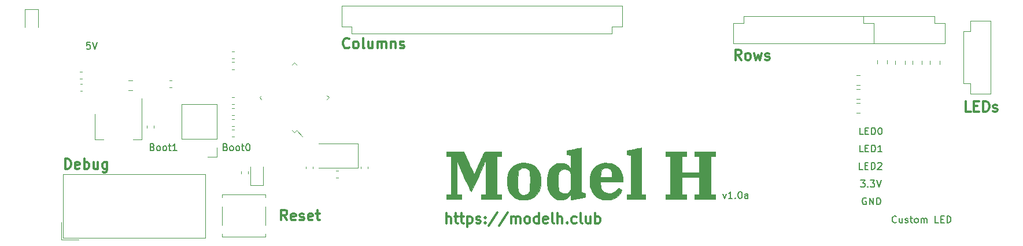
<source format=gbr>
G04 #@! TF.GenerationSoftware,KiCad,Pcbnew,7.0.1*
G04 #@! TF.CreationDate,2023-10-20T10:46:15+03:00*
G04 #@! TF.ProjectId,modelh,6d6f6465-6c68-42e6-9b69-6361645f7063,v0.1*
G04 #@! TF.SameCoordinates,Original*
G04 #@! TF.FileFunction,Legend,Top*
G04 #@! TF.FilePolarity,Positive*
%FSLAX46Y46*%
G04 Gerber Fmt 4.6, Leading zero omitted, Abs format (unit mm)*
G04 Created by KiCad (PCBNEW 7.0.1) date 2023-10-20 10:46:15*
%MOMM*%
%LPD*%
G01*
G04 APERTURE LIST*
%ADD10C,0.150000*%
%ADD11C,0.300000*%
%ADD12C,0.120000*%
%ADD13C,0.010000*%
G04 APERTURE END LIST*
D10*
X171019048Y-77095952D02*
X171257143Y-77762619D01*
X171257143Y-77762619D02*
X171495238Y-77095952D01*
X172400000Y-77762619D02*
X171828572Y-77762619D01*
X172114286Y-77762619D02*
X172114286Y-76762619D01*
X172114286Y-76762619D02*
X172019048Y-76905476D01*
X172019048Y-76905476D02*
X171923810Y-77000714D01*
X171923810Y-77000714D02*
X171828572Y-77048333D01*
X172828572Y-77667380D02*
X172876191Y-77715000D01*
X172876191Y-77715000D02*
X172828572Y-77762619D01*
X172828572Y-77762619D02*
X172780953Y-77715000D01*
X172780953Y-77715000D02*
X172828572Y-77667380D01*
X172828572Y-77667380D02*
X172828572Y-77762619D01*
X173495238Y-76762619D02*
X173590476Y-76762619D01*
X173590476Y-76762619D02*
X173685714Y-76810238D01*
X173685714Y-76810238D02*
X173733333Y-76857857D01*
X173733333Y-76857857D02*
X173780952Y-76953095D01*
X173780952Y-76953095D02*
X173828571Y-77143571D01*
X173828571Y-77143571D02*
X173828571Y-77381666D01*
X173828571Y-77381666D02*
X173780952Y-77572142D01*
X173780952Y-77572142D02*
X173733333Y-77667380D01*
X173733333Y-77667380D02*
X173685714Y-77715000D01*
X173685714Y-77715000D02*
X173590476Y-77762619D01*
X173590476Y-77762619D02*
X173495238Y-77762619D01*
X173495238Y-77762619D02*
X173400000Y-77715000D01*
X173400000Y-77715000D02*
X173352381Y-77667380D01*
X173352381Y-77667380D02*
X173304762Y-77572142D01*
X173304762Y-77572142D02*
X173257143Y-77381666D01*
X173257143Y-77381666D02*
X173257143Y-77143571D01*
X173257143Y-77143571D02*
X173304762Y-76953095D01*
X173304762Y-76953095D02*
X173352381Y-76857857D01*
X173352381Y-76857857D02*
X173400000Y-76810238D01*
X173400000Y-76810238D02*
X173495238Y-76762619D01*
X174685714Y-77762619D02*
X174685714Y-77238809D01*
X174685714Y-77238809D02*
X174638095Y-77143571D01*
X174638095Y-77143571D02*
X174542857Y-77095952D01*
X174542857Y-77095952D02*
X174352381Y-77095952D01*
X174352381Y-77095952D02*
X174257143Y-77143571D01*
X174685714Y-77715000D02*
X174590476Y-77762619D01*
X174590476Y-77762619D02*
X174352381Y-77762619D01*
X174352381Y-77762619D02*
X174257143Y-77715000D01*
X174257143Y-77715000D02*
X174209524Y-77619761D01*
X174209524Y-77619761D02*
X174209524Y-77524523D01*
X174209524Y-77524523D02*
X174257143Y-77429285D01*
X174257143Y-77429285D02*
X174352381Y-77381666D01*
X174352381Y-77381666D02*
X174590476Y-77381666D01*
X174590476Y-77381666D02*
X174685714Y-77334047D01*
D11*
X130557142Y-81393928D02*
X130557142Y-79893928D01*
X131200000Y-81393928D02*
X131200000Y-80608214D01*
X131200000Y-80608214D02*
X131128571Y-80465357D01*
X131128571Y-80465357D02*
X130985714Y-80393928D01*
X130985714Y-80393928D02*
X130771428Y-80393928D01*
X130771428Y-80393928D02*
X130628571Y-80465357D01*
X130628571Y-80465357D02*
X130557142Y-80536785D01*
X131700000Y-80393928D02*
X132271428Y-80393928D01*
X131914285Y-79893928D02*
X131914285Y-81179642D01*
X131914285Y-81179642D02*
X131985714Y-81322500D01*
X131985714Y-81322500D02*
X132128571Y-81393928D01*
X132128571Y-81393928D02*
X132271428Y-81393928D01*
X132557143Y-80393928D02*
X133128571Y-80393928D01*
X132771428Y-79893928D02*
X132771428Y-81179642D01*
X132771428Y-81179642D02*
X132842857Y-81322500D01*
X132842857Y-81322500D02*
X132985714Y-81393928D01*
X132985714Y-81393928D02*
X133128571Y-81393928D01*
X133628571Y-80393928D02*
X133628571Y-81893928D01*
X133628571Y-80465357D02*
X133771429Y-80393928D01*
X133771429Y-80393928D02*
X134057143Y-80393928D01*
X134057143Y-80393928D02*
X134200000Y-80465357D01*
X134200000Y-80465357D02*
X134271429Y-80536785D01*
X134271429Y-80536785D02*
X134342857Y-80679642D01*
X134342857Y-80679642D02*
X134342857Y-81108214D01*
X134342857Y-81108214D02*
X134271429Y-81251071D01*
X134271429Y-81251071D02*
X134200000Y-81322500D01*
X134200000Y-81322500D02*
X134057143Y-81393928D01*
X134057143Y-81393928D02*
X133771429Y-81393928D01*
X133771429Y-81393928D02*
X133628571Y-81322500D01*
X134914286Y-81322500D02*
X135057143Y-81393928D01*
X135057143Y-81393928D02*
X135342857Y-81393928D01*
X135342857Y-81393928D02*
X135485714Y-81322500D01*
X135485714Y-81322500D02*
X135557143Y-81179642D01*
X135557143Y-81179642D02*
X135557143Y-81108214D01*
X135557143Y-81108214D02*
X135485714Y-80965357D01*
X135485714Y-80965357D02*
X135342857Y-80893928D01*
X135342857Y-80893928D02*
X135128572Y-80893928D01*
X135128572Y-80893928D02*
X134985714Y-80822500D01*
X134985714Y-80822500D02*
X134914286Y-80679642D01*
X134914286Y-80679642D02*
X134914286Y-80608214D01*
X134914286Y-80608214D02*
X134985714Y-80465357D01*
X134985714Y-80465357D02*
X135128572Y-80393928D01*
X135128572Y-80393928D02*
X135342857Y-80393928D01*
X135342857Y-80393928D02*
X135485714Y-80465357D01*
X136200000Y-81251071D02*
X136271429Y-81322500D01*
X136271429Y-81322500D02*
X136200000Y-81393928D01*
X136200000Y-81393928D02*
X136128572Y-81322500D01*
X136128572Y-81322500D02*
X136200000Y-81251071D01*
X136200000Y-81251071D02*
X136200000Y-81393928D01*
X136200000Y-80465357D02*
X136271429Y-80536785D01*
X136271429Y-80536785D02*
X136200000Y-80608214D01*
X136200000Y-80608214D02*
X136128572Y-80536785D01*
X136128572Y-80536785D02*
X136200000Y-80465357D01*
X136200000Y-80465357D02*
X136200000Y-80608214D01*
X137985715Y-79822500D02*
X136700001Y-81751071D01*
X139557144Y-79822500D02*
X138271430Y-81751071D01*
X140057144Y-81393928D02*
X140057144Y-80393928D01*
X140057144Y-80536785D02*
X140128573Y-80465357D01*
X140128573Y-80465357D02*
X140271430Y-80393928D01*
X140271430Y-80393928D02*
X140485716Y-80393928D01*
X140485716Y-80393928D02*
X140628573Y-80465357D01*
X140628573Y-80465357D02*
X140700002Y-80608214D01*
X140700002Y-80608214D02*
X140700002Y-81393928D01*
X140700002Y-80608214D02*
X140771430Y-80465357D01*
X140771430Y-80465357D02*
X140914287Y-80393928D01*
X140914287Y-80393928D02*
X141128573Y-80393928D01*
X141128573Y-80393928D02*
X141271430Y-80465357D01*
X141271430Y-80465357D02*
X141342859Y-80608214D01*
X141342859Y-80608214D02*
X141342859Y-81393928D01*
X142271430Y-81393928D02*
X142128573Y-81322500D01*
X142128573Y-81322500D02*
X142057144Y-81251071D01*
X142057144Y-81251071D02*
X141985716Y-81108214D01*
X141985716Y-81108214D02*
X141985716Y-80679642D01*
X141985716Y-80679642D02*
X142057144Y-80536785D01*
X142057144Y-80536785D02*
X142128573Y-80465357D01*
X142128573Y-80465357D02*
X142271430Y-80393928D01*
X142271430Y-80393928D02*
X142485716Y-80393928D01*
X142485716Y-80393928D02*
X142628573Y-80465357D01*
X142628573Y-80465357D02*
X142700002Y-80536785D01*
X142700002Y-80536785D02*
X142771430Y-80679642D01*
X142771430Y-80679642D02*
X142771430Y-81108214D01*
X142771430Y-81108214D02*
X142700002Y-81251071D01*
X142700002Y-81251071D02*
X142628573Y-81322500D01*
X142628573Y-81322500D02*
X142485716Y-81393928D01*
X142485716Y-81393928D02*
X142271430Y-81393928D01*
X144057145Y-81393928D02*
X144057145Y-79893928D01*
X144057145Y-81322500D02*
X143914287Y-81393928D01*
X143914287Y-81393928D02*
X143628573Y-81393928D01*
X143628573Y-81393928D02*
X143485716Y-81322500D01*
X143485716Y-81322500D02*
X143414287Y-81251071D01*
X143414287Y-81251071D02*
X143342859Y-81108214D01*
X143342859Y-81108214D02*
X143342859Y-80679642D01*
X143342859Y-80679642D02*
X143414287Y-80536785D01*
X143414287Y-80536785D02*
X143485716Y-80465357D01*
X143485716Y-80465357D02*
X143628573Y-80393928D01*
X143628573Y-80393928D02*
X143914287Y-80393928D01*
X143914287Y-80393928D02*
X144057145Y-80465357D01*
X145342859Y-81322500D02*
X145200002Y-81393928D01*
X145200002Y-81393928D02*
X144914288Y-81393928D01*
X144914288Y-81393928D02*
X144771430Y-81322500D01*
X144771430Y-81322500D02*
X144700002Y-81179642D01*
X144700002Y-81179642D02*
X144700002Y-80608214D01*
X144700002Y-80608214D02*
X144771430Y-80465357D01*
X144771430Y-80465357D02*
X144914288Y-80393928D01*
X144914288Y-80393928D02*
X145200002Y-80393928D01*
X145200002Y-80393928D02*
X145342859Y-80465357D01*
X145342859Y-80465357D02*
X145414288Y-80608214D01*
X145414288Y-80608214D02*
X145414288Y-80751071D01*
X145414288Y-80751071D02*
X144700002Y-80893928D01*
X146271430Y-81393928D02*
X146128573Y-81322500D01*
X146128573Y-81322500D02*
X146057144Y-81179642D01*
X146057144Y-81179642D02*
X146057144Y-79893928D01*
X146842858Y-81393928D02*
X146842858Y-79893928D01*
X147485716Y-81393928D02*
X147485716Y-80608214D01*
X147485716Y-80608214D02*
X147414287Y-80465357D01*
X147414287Y-80465357D02*
X147271430Y-80393928D01*
X147271430Y-80393928D02*
X147057144Y-80393928D01*
X147057144Y-80393928D02*
X146914287Y-80465357D01*
X146914287Y-80465357D02*
X146842858Y-80536785D01*
X148200001Y-81251071D02*
X148271430Y-81322500D01*
X148271430Y-81322500D02*
X148200001Y-81393928D01*
X148200001Y-81393928D02*
X148128573Y-81322500D01*
X148128573Y-81322500D02*
X148200001Y-81251071D01*
X148200001Y-81251071D02*
X148200001Y-81393928D01*
X149557145Y-81322500D02*
X149414287Y-81393928D01*
X149414287Y-81393928D02*
X149128573Y-81393928D01*
X149128573Y-81393928D02*
X148985716Y-81322500D01*
X148985716Y-81322500D02*
X148914287Y-81251071D01*
X148914287Y-81251071D02*
X148842859Y-81108214D01*
X148842859Y-81108214D02*
X148842859Y-80679642D01*
X148842859Y-80679642D02*
X148914287Y-80536785D01*
X148914287Y-80536785D02*
X148985716Y-80465357D01*
X148985716Y-80465357D02*
X149128573Y-80393928D01*
X149128573Y-80393928D02*
X149414287Y-80393928D01*
X149414287Y-80393928D02*
X149557145Y-80465357D01*
X150414287Y-81393928D02*
X150271430Y-81322500D01*
X150271430Y-81322500D02*
X150200001Y-81179642D01*
X150200001Y-81179642D02*
X150200001Y-79893928D01*
X151628573Y-80393928D02*
X151628573Y-81393928D01*
X150985715Y-80393928D02*
X150985715Y-81179642D01*
X150985715Y-81179642D02*
X151057144Y-81322500D01*
X151057144Y-81322500D02*
X151200001Y-81393928D01*
X151200001Y-81393928D02*
X151414287Y-81393928D01*
X151414287Y-81393928D02*
X151557144Y-81322500D01*
X151557144Y-81322500D02*
X151628573Y-81251071D01*
X152342858Y-81393928D02*
X152342858Y-79893928D01*
X152342858Y-80465357D02*
X152485716Y-80393928D01*
X152485716Y-80393928D02*
X152771430Y-80393928D01*
X152771430Y-80393928D02*
X152914287Y-80465357D01*
X152914287Y-80465357D02*
X152985716Y-80536785D01*
X152985716Y-80536785D02*
X153057144Y-80679642D01*
X153057144Y-80679642D02*
X153057144Y-81108214D01*
X153057144Y-81108214D02*
X152985716Y-81251071D01*
X152985716Y-81251071D02*
X152914287Y-81322500D01*
X152914287Y-81322500D02*
X152771430Y-81393928D01*
X152771430Y-81393928D02*
X152485716Y-81393928D01*
X152485716Y-81393928D02*
X152342858Y-81322500D01*
X173714285Y-57493928D02*
X173214285Y-56779642D01*
X172857142Y-57493928D02*
X172857142Y-55993928D01*
X172857142Y-55993928D02*
X173428571Y-55993928D01*
X173428571Y-55993928D02*
X173571428Y-56065357D01*
X173571428Y-56065357D02*
X173642857Y-56136785D01*
X173642857Y-56136785D02*
X173714285Y-56279642D01*
X173714285Y-56279642D02*
X173714285Y-56493928D01*
X173714285Y-56493928D02*
X173642857Y-56636785D01*
X173642857Y-56636785D02*
X173571428Y-56708214D01*
X173571428Y-56708214D02*
X173428571Y-56779642D01*
X173428571Y-56779642D02*
X172857142Y-56779642D01*
X174571428Y-57493928D02*
X174428571Y-57422500D01*
X174428571Y-57422500D02*
X174357142Y-57351071D01*
X174357142Y-57351071D02*
X174285714Y-57208214D01*
X174285714Y-57208214D02*
X174285714Y-56779642D01*
X174285714Y-56779642D02*
X174357142Y-56636785D01*
X174357142Y-56636785D02*
X174428571Y-56565357D01*
X174428571Y-56565357D02*
X174571428Y-56493928D01*
X174571428Y-56493928D02*
X174785714Y-56493928D01*
X174785714Y-56493928D02*
X174928571Y-56565357D01*
X174928571Y-56565357D02*
X175000000Y-56636785D01*
X175000000Y-56636785D02*
X175071428Y-56779642D01*
X175071428Y-56779642D02*
X175071428Y-57208214D01*
X175071428Y-57208214D02*
X175000000Y-57351071D01*
X175000000Y-57351071D02*
X174928571Y-57422500D01*
X174928571Y-57422500D02*
X174785714Y-57493928D01*
X174785714Y-57493928D02*
X174571428Y-57493928D01*
X175571428Y-56493928D02*
X175857143Y-57493928D01*
X175857143Y-57493928D02*
X176142857Y-56779642D01*
X176142857Y-56779642D02*
X176428571Y-57493928D01*
X176428571Y-57493928D02*
X176714285Y-56493928D01*
X177214286Y-57422500D02*
X177357143Y-57493928D01*
X177357143Y-57493928D02*
X177642857Y-57493928D01*
X177642857Y-57493928D02*
X177785714Y-57422500D01*
X177785714Y-57422500D02*
X177857143Y-57279642D01*
X177857143Y-57279642D02*
X177857143Y-57208214D01*
X177857143Y-57208214D02*
X177785714Y-57065357D01*
X177785714Y-57065357D02*
X177642857Y-56993928D01*
X177642857Y-56993928D02*
X177428572Y-56993928D01*
X177428572Y-56993928D02*
X177285714Y-56922500D01*
X177285714Y-56922500D02*
X177214286Y-56779642D01*
X177214286Y-56779642D02*
X177214286Y-56708214D01*
X177214286Y-56708214D02*
X177285714Y-56565357D01*
X177285714Y-56565357D02*
X177428572Y-56493928D01*
X177428572Y-56493928D02*
X177642857Y-56493928D01*
X177642857Y-56493928D02*
X177785714Y-56565357D01*
D10*
X191550952Y-70952619D02*
X191074762Y-70952619D01*
X191074762Y-70952619D02*
X191074762Y-69952619D01*
X191884286Y-70428809D02*
X192217619Y-70428809D01*
X192360476Y-70952619D02*
X191884286Y-70952619D01*
X191884286Y-70952619D02*
X191884286Y-69952619D01*
X191884286Y-69952619D02*
X192360476Y-69952619D01*
X192789048Y-70952619D02*
X192789048Y-69952619D01*
X192789048Y-69952619D02*
X193027143Y-69952619D01*
X193027143Y-69952619D02*
X193170000Y-70000238D01*
X193170000Y-70000238D02*
X193265238Y-70095476D01*
X193265238Y-70095476D02*
X193312857Y-70190714D01*
X193312857Y-70190714D02*
X193360476Y-70381190D01*
X193360476Y-70381190D02*
X193360476Y-70524047D01*
X193360476Y-70524047D02*
X193312857Y-70714523D01*
X193312857Y-70714523D02*
X193265238Y-70809761D01*
X193265238Y-70809761D02*
X193170000Y-70905000D01*
X193170000Y-70905000D02*
X193027143Y-70952619D01*
X193027143Y-70952619D02*
X192789048Y-70952619D01*
X194312857Y-70952619D02*
X193741429Y-70952619D01*
X194027143Y-70952619D02*
X194027143Y-69952619D01*
X194027143Y-69952619D02*
X193931905Y-70095476D01*
X193931905Y-70095476D02*
X193836667Y-70190714D01*
X193836667Y-70190714D02*
X193741429Y-70238333D01*
X191500952Y-73502619D02*
X191024762Y-73502619D01*
X191024762Y-73502619D02*
X191024762Y-72502619D01*
X191834286Y-72978809D02*
X192167619Y-72978809D01*
X192310476Y-73502619D02*
X191834286Y-73502619D01*
X191834286Y-73502619D02*
X191834286Y-72502619D01*
X191834286Y-72502619D02*
X192310476Y-72502619D01*
X192739048Y-73502619D02*
X192739048Y-72502619D01*
X192739048Y-72502619D02*
X192977143Y-72502619D01*
X192977143Y-72502619D02*
X193120000Y-72550238D01*
X193120000Y-72550238D02*
X193215238Y-72645476D01*
X193215238Y-72645476D02*
X193262857Y-72740714D01*
X193262857Y-72740714D02*
X193310476Y-72931190D01*
X193310476Y-72931190D02*
X193310476Y-73074047D01*
X193310476Y-73074047D02*
X193262857Y-73264523D01*
X193262857Y-73264523D02*
X193215238Y-73359761D01*
X193215238Y-73359761D02*
X193120000Y-73455000D01*
X193120000Y-73455000D02*
X192977143Y-73502619D01*
X192977143Y-73502619D02*
X192739048Y-73502619D01*
X193691429Y-72597857D02*
X193739048Y-72550238D01*
X193739048Y-72550238D02*
X193834286Y-72502619D01*
X193834286Y-72502619D02*
X194072381Y-72502619D01*
X194072381Y-72502619D02*
X194167619Y-72550238D01*
X194167619Y-72550238D02*
X194215238Y-72597857D01*
X194215238Y-72597857D02*
X194262857Y-72693095D01*
X194262857Y-72693095D02*
X194262857Y-72788333D01*
X194262857Y-72788333D02*
X194215238Y-72931190D01*
X194215238Y-72931190D02*
X193643810Y-73502619D01*
X193643810Y-73502619D02*
X194262857Y-73502619D01*
X191193810Y-75102619D02*
X191812857Y-75102619D01*
X191812857Y-75102619D02*
X191479524Y-75483571D01*
X191479524Y-75483571D02*
X191622381Y-75483571D01*
X191622381Y-75483571D02*
X191717619Y-75531190D01*
X191717619Y-75531190D02*
X191765238Y-75578809D01*
X191765238Y-75578809D02*
X191812857Y-75674047D01*
X191812857Y-75674047D02*
X191812857Y-75912142D01*
X191812857Y-75912142D02*
X191765238Y-76007380D01*
X191765238Y-76007380D02*
X191717619Y-76055000D01*
X191717619Y-76055000D02*
X191622381Y-76102619D01*
X191622381Y-76102619D02*
X191336667Y-76102619D01*
X191336667Y-76102619D02*
X191241429Y-76055000D01*
X191241429Y-76055000D02*
X191193810Y-76007380D01*
X192241429Y-76007380D02*
X192289048Y-76055000D01*
X192289048Y-76055000D02*
X192241429Y-76102619D01*
X192241429Y-76102619D02*
X192193810Y-76055000D01*
X192193810Y-76055000D02*
X192241429Y-76007380D01*
X192241429Y-76007380D02*
X192241429Y-76102619D01*
X192622381Y-75102619D02*
X193241428Y-75102619D01*
X193241428Y-75102619D02*
X192908095Y-75483571D01*
X192908095Y-75483571D02*
X193050952Y-75483571D01*
X193050952Y-75483571D02*
X193146190Y-75531190D01*
X193146190Y-75531190D02*
X193193809Y-75578809D01*
X193193809Y-75578809D02*
X193241428Y-75674047D01*
X193241428Y-75674047D02*
X193241428Y-75912142D01*
X193241428Y-75912142D02*
X193193809Y-76007380D01*
X193193809Y-76007380D02*
X193146190Y-76055000D01*
X193146190Y-76055000D02*
X193050952Y-76102619D01*
X193050952Y-76102619D02*
X192765238Y-76102619D01*
X192765238Y-76102619D02*
X192670000Y-76055000D01*
X192670000Y-76055000D02*
X192622381Y-76007380D01*
X193527143Y-75102619D02*
X193860476Y-76102619D01*
X193860476Y-76102619D02*
X194193809Y-75102619D01*
X192008095Y-77700238D02*
X191912857Y-77652619D01*
X191912857Y-77652619D02*
X191770000Y-77652619D01*
X191770000Y-77652619D02*
X191627143Y-77700238D01*
X191627143Y-77700238D02*
X191531905Y-77795476D01*
X191531905Y-77795476D02*
X191484286Y-77890714D01*
X191484286Y-77890714D02*
X191436667Y-78081190D01*
X191436667Y-78081190D02*
X191436667Y-78224047D01*
X191436667Y-78224047D02*
X191484286Y-78414523D01*
X191484286Y-78414523D02*
X191531905Y-78509761D01*
X191531905Y-78509761D02*
X191627143Y-78605000D01*
X191627143Y-78605000D02*
X191770000Y-78652619D01*
X191770000Y-78652619D02*
X191865238Y-78652619D01*
X191865238Y-78652619D02*
X192008095Y-78605000D01*
X192008095Y-78605000D02*
X192055714Y-78557380D01*
X192055714Y-78557380D02*
X192055714Y-78224047D01*
X192055714Y-78224047D02*
X191865238Y-78224047D01*
X192484286Y-78652619D02*
X192484286Y-77652619D01*
X192484286Y-77652619D02*
X193055714Y-78652619D01*
X193055714Y-78652619D02*
X193055714Y-77652619D01*
X193531905Y-78652619D02*
X193531905Y-77652619D01*
X193531905Y-77652619D02*
X193770000Y-77652619D01*
X193770000Y-77652619D02*
X193912857Y-77700238D01*
X193912857Y-77700238D02*
X194008095Y-77795476D01*
X194008095Y-77795476D02*
X194055714Y-77890714D01*
X194055714Y-77890714D02*
X194103333Y-78081190D01*
X194103333Y-78081190D02*
X194103333Y-78224047D01*
X194103333Y-78224047D02*
X194055714Y-78414523D01*
X194055714Y-78414523D02*
X194008095Y-78509761D01*
X194008095Y-78509761D02*
X193912857Y-78605000D01*
X193912857Y-78605000D02*
X193770000Y-78652619D01*
X193770000Y-78652619D02*
X193531905Y-78652619D01*
X98204761Y-70238809D02*
X98347618Y-70286428D01*
X98347618Y-70286428D02*
X98395237Y-70334047D01*
X98395237Y-70334047D02*
X98442856Y-70429285D01*
X98442856Y-70429285D02*
X98442856Y-70572142D01*
X98442856Y-70572142D02*
X98395237Y-70667380D01*
X98395237Y-70667380D02*
X98347618Y-70715000D01*
X98347618Y-70715000D02*
X98252380Y-70762619D01*
X98252380Y-70762619D02*
X97871428Y-70762619D01*
X97871428Y-70762619D02*
X97871428Y-69762619D01*
X97871428Y-69762619D02*
X98204761Y-69762619D01*
X98204761Y-69762619D02*
X98299999Y-69810238D01*
X98299999Y-69810238D02*
X98347618Y-69857857D01*
X98347618Y-69857857D02*
X98395237Y-69953095D01*
X98395237Y-69953095D02*
X98395237Y-70048333D01*
X98395237Y-70048333D02*
X98347618Y-70143571D01*
X98347618Y-70143571D02*
X98299999Y-70191190D01*
X98299999Y-70191190D02*
X98204761Y-70238809D01*
X98204761Y-70238809D02*
X97871428Y-70238809D01*
X99014285Y-70762619D02*
X98919047Y-70715000D01*
X98919047Y-70715000D02*
X98871428Y-70667380D01*
X98871428Y-70667380D02*
X98823809Y-70572142D01*
X98823809Y-70572142D02*
X98823809Y-70286428D01*
X98823809Y-70286428D02*
X98871428Y-70191190D01*
X98871428Y-70191190D02*
X98919047Y-70143571D01*
X98919047Y-70143571D02*
X99014285Y-70095952D01*
X99014285Y-70095952D02*
X99157142Y-70095952D01*
X99157142Y-70095952D02*
X99252380Y-70143571D01*
X99252380Y-70143571D02*
X99299999Y-70191190D01*
X99299999Y-70191190D02*
X99347618Y-70286428D01*
X99347618Y-70286428D02*
X99347618Y-70572142D01*
X99347618Y-70572142D02*
X99299999Y-70667380D01*
X99299999Y-70667380D02*
X99252380Y-70715000D01*
X99252380Y-70715000D02*
X99157142Y-70762619D01*
X99157142Y-70762619D02*
X99014285Y-70762619D01*
X99919047Y-70762619D02*
X99823809Y-70715000D01*
X99823809Y-70715000D02*
X99776190Y-70667380D01*
X99776190Y-70667380D02*
X99728571Y-70572142D01*
X99728571Y-70572142D02*
X99728571Y-70286428D01*
X99728571Y-70286428D02*
X99776190Y-70191190D01*
X99776190Y-70191190D02*
X99823809Y-70143571D01*
X99823809Y-70143571D02*
X99919047Y-70095952D01*
X99919047Y-70095952D02*
X100061904Y-70095952D01*
X100061904Y-70095952D02*
X100157142Y-70143571D01*
X100157142Y-70143571D02*
X100204761Y-70191190D01*
X100204761Y-70191190D02*
X100252380Y-70286428D01*
X100252380Y-70286428D02*
X100252380Y-70572142D01*
X100252380Y-70572142D02*
X100204761Y-70667380D01*
X100204761Y-70667380D02*
X100157142Y-70715000D01*
X100157142Y-70715000D02*
X100061904Y-70762619D01*
X100061904Y-70762619D02*
X99919047Y-70762619D01*
X100538095Y-70095952D02*
X100919047Y-70095952D01*
X100680952Y-69762619D02*
X100680952Y-70619761D01*
X100680952Y-70619761D02*
X100728571Y-70715000D01*
X100728571Y-70715000D02*
X100823809Y-70762619D01*
X100823809Y-70762619D02*
X100919047Y-70762619D01*
X101442857Y-69762619D02*
X101538095Y-69762619D01*
X101538095Y-69762619D02*
X101633333Y-69810238D01*
X101633333Y-69810238D02*
X101680952Y-69857857D01*
X101680952Y-69857857D02*
X101728571Y-69953095D01*
X101728571Y-69953095D02*
X101776190Y-70143571D01*
X101776190Y-70143571D02*
X101776190Y-70381666D01*
X101776190Y-70381666D02*
X101728571Y-70572142D01*
X101728571Y-70572142D02*
X101680952Y-70667380D01*
X101680952Y-70667380D02*
X101633333Y-70715000D01*
X101633333Y-70715000D02*
X101538095Y-70762619D01*
X101538095Y-70762619D02*
X101442857Y-70762619D01*
X101442857Y-70762619D02*
X101347619Y-70715000D01*
X101347619Y-70715000D02*
X101300000Y-70667380D01*
X101300000Y-70667380D02*
X101252381Y-70572142D01*
X101252381Y-70572142D02*
X101204762Y-70381666D01*
X101204762Y-70381666D02*
X101204762Y-70143571D01*
X101204762Y-70143571D02*
X101252381Y-69953095D01*
X101252381Y-69953095D02*
X101300000Y-69857857D01*
X101300000Y-69857857D02*
X101347619Y-69810238D01*
X101347619Y-69810238D02*
X101442857Y-69762619D01*
D11*
X207298571Y-65033928D02*
X206584285Y-65033928D01*
X206584285Y-65033928D02*
X206584285Y-63533928D01*
X207798571Y-64248214D02*
X208298571Y-64248214D01*
X208512857Y-65033928D02*
X207798571Y-65033928D01*
X207798571Y-65033928D02*
X207798571Y-63533928D01*
X207798571Y-63533928D02*
X208512857Y-63533928D01*
X209155714Y-65033928D02*
X209155714Y-63533928D01*
X209155714Y-63533928D02*
X209512857Y-63533928D01*
X209512857Y-63533928D02*
X209727143Y-63605357D01*
X209727143Y-63605357D02*
X209870000Y-63748214D01*
X209870000Y-63748214D02*
X209941429Y-63891071D01*
X209941429Y-63891071D02*
X210012857Y-64176785D01*
X210012857Y-64176785D02*
X210012857Y-64391071D01*
X210012857Y-64391071D02*
X209941429Y-64676785D01*
X209941429Y-64676785D02*
X209870000Y-64819642D01*
X209870000Y-64819642D02*
X209727143Y-64962500D01*
X209727143Y-64962500D02*
X209512857Y-65033928D01*
X209512857Y-65033928D02*
X209155714Y-65033928D01*
X210584286Y-64962500D02*
X210727143Y-65033928D01*
X210727143Y-65033928D02*
X211012857Y-65033928D01*
X211012857Y-65033928D02*
X211155714Y-64962500D01*
X211155714Y-64962500D02*
X211227143Y-64819642D01*
X211227143Y-64819642D02*
X211227143Y-64748214D01*
X211227143Y-64748214D02*
X211155714Y-64605357D01*
X211155714Y-64605357D02*
X211012857Y-64533928D01*
X211012857Y-64533928D02*
X210798572Y-64533928D01*
X210798572Y-64533928D02*
X210655714Y-64462500D01*
X210655714Y-64462500D02*
X210584286Y-64319642D01*
X210584286Y-64319642D02*
X210584286Y-64248214D01*
X210584286Y-64248214D02*
X210655714Y-64105357D01*
X210655714Y-64105357D02*
X210798572Y-64033928D01*
X210798572Y-64033928D02*
X211012857Y-64033928D01*
X211012857Y-64033928D02*
X211155714Y-64105357D01*
D10*
X87504761Y-70238809D02*
X87647618Y-70286428D01*
X87647618Y-70286428D02*
X87695237Y-70334047D01*
X87695237Y-70334047D02*
X87742856Y-70429285D01*
X87742856Y-70429285D02*
X87742856Y-70572142D01*
X87742856Y-70572142D02*
X87695237Y-70667380D01*
X87695237Y-70667380D02*
X87647618Y-70715000D01*
X87647618Y-70715000D02*
X87552380Y-70762619D01*
X87552380Y-70762619D02*
X87171428Y-70762619D01*
X87171428Y-70762619D02*
X87171428Y-69762619D01*
X87171428Y-69762619D02*
X87504761Y-69762619D01*
X87504761Y-69762619D02*
X87599999Y-69810238D01*
X87599999Y-69810238D02*
X87647618Y-69857857D01*
X87647618Y-69857857D02*
X87695237Y-69953095D01*
X87695237Y-69953095D02*
X87695237Y-70048333D01*
X87695237Y-70048333D02*
X87647618Y-70143571D01*
X87647618Y-70143571D02*
X87599999Y-70191190D01*
X87599999Y-70191190D02*
X87504761Y-70238809D01*
X87504761Y-70238809D02*
X87171428Y-70238809D01*
X88314285Y-70762619D02*
X88219047Y-70715000D01*
X88219047Y-70715000D02*
X88171428Y-70667380D01*
X88171428Y-70667380D02*
X88123809Y-70572142D01*
X88123809Y-70572142D02*
X88123809Y-70286428D01*
X88123809Y-70286428D02*
X88171428Y-70191190D01*
X88171428Y-70191190D02*
X88219047Y-70143571D01*
X88219047Y-70143571D02*
X88314285Y-70095952D01*
X88314285Y-70095952D02*
X88457142Y-70095952D01*
X88457142Y-70095952D02*
X88552380Y-70143571D01*
X88552380Y-70143571D02*
X88599999Y-70191190D01*
X88599999Y-70191190D02*
X88647618Y-70286428D01*
X88647618Y-70286428D02*
X88647618Y-70572142D01*
X88647618Y-70572142D02*
X88599999Y-70667380D01*
X88599999Y-70667380D02*
X88552380Y-70715000D01*
X88552380Y-70715000D02*
X88457142Y-70762619D01*
X88457142Y-70762619D02*
X88314285Y-70762619D01*
X89219047Y-70762619D02*
X89123809Y-70715000D01*
X89123809Y-70715000D02*
X89076190Y-70667380D01*
X89076190Y-70667380D02*
X89028571Y-70572142D01*
X89028571Y-70572142D02*
X89028571Y-70286428D01*
X89028571Y-70286428D02*
X89076190Y-70191190D01*
X89076190Y-70191190D02*
X89123809Y-70143571D01*
X89123809Y-70143571D02*
X89219047Y-70095952D01*
X89219047Y-70095952D02*
X89361904Y-70095952D01*
X89361904Y-70095952D02*
X89457142Y-70143571D01*
X89457142Y-70143571D02*
X89504761Y-70191190D01*
X89504761Y-70191190D02*
X89552380Y-70286428D01*
X89552380Y-70286428D02*
X89552380Y-70572142D01*
X89552380Y-70572142D02*
X89504761Y-70667380D01*
X89504761Y-70667380D02*
X89457142Y-70715000D01*
X89457142Y-70715000D02*
X89361904Y-70762619D01*
X89361904Y-70762619D02*
X89219047Y-70762619D01*
X89838095Y-70095952D02*
X90219047Y-70095952D01*
X89980952Y-69762619D02*
X89980952Y-70619761D01*
X89980952Y-70619761D02*
X90028571Y-70715000D01*
X90028571Y-70715000D02*
X90123809Y-70762619D01*
X90123809Y-70762619D02*
X90219047Y-70762619D01*
X91076190Y-70762619D02*
X90504762Y-70762619D01*
X90790476Y-70762619D02*
X90790476Y-69762619D01*
X90790476Y-69762619D02*
X90695238Y-69905476D01*
X90695238Y-69905476D02*
X90600000Y-70000714D01*
X90600000Y-70000714D02*
X90504762Y-70048333D01*
D11*
X107214285Y-80943928D02*
X106714285Y-80229642D01*
X106357142Y-80943928D02*
X106357142Y-79443928D01*
X106357142Y-79443928D02*
X106928571Y-79443928D01*
X106928571Y-79443928D02*
X107071428Y-79515357D01*
X107071428Y-79515357D02*
X107142857Y-79586785D01*
X107142857Y-79586785D02*
X107214285Y-79729642D01*
X107214285Y-79729642D02*
X107214285Y-79943928D01*
X107214285Y-79943928D02*
X107142857Y-80086785D01*
X107142857Y-80086785D02*
X107071428Y-80158214D01*
X107071428Y-80158214D02*
X106928571Y-80229642D01*
X106928571Y-80229642D02*
X106357142Y-80229642D01*
X108428571Y-80872500D02*
X108285714Y-80943928D01*
X108285714Y-80943928D02*
X108000000Y-80943928D01*
X108000000Y-80943928D02*
X107857142Y-80872500D01*
X107857142Y-80872500D02*
X107785714Y-80729642D01*
X107785714Y-80729642D02*
X107785714Y-80158214D01*
X107785714Y-80158214D02*
X107857142Y-80015357D01*
X107857142Y-80015357D02*
X108000000Y-79943928D01*
X108000000Y-79943928D02*
X108285714Y-79943928D01*
X108285714Y-79943928D02*
X108428571Y-80015357D01*
X108428571Y-80015357D02*
X108500000Y-80158214D01*
X108500000Y-80158214D02*
X108500000Y-80301071D01*
X108500000Y-80301071D02*
X107785714Y-80443928D01*
X109071428Y-80872500D02*
X109214285Y-80943928D01*
X109214285Y-80943928D02*
X109499999Y-80943928D01*
X109499999Y-80943928D02*
X109642856Y-80872500D01*
X109642856Y-80872500D02*
X109714285Y-80729642D01*
X109714285Y-80729642D02*
X109714285Y-80658214D01*
X109714285Y-80658214D02*
X109642856Y-80515357D01*
X109642856Y-80515357D02*
X109499999Y-80443928D01*
X109499999Y-80443928D02*
X109285714Y-80443928D01*
X109285714Y-80443928D02*
X109142856Y-80372500D01*
X109142856Y-80372500D02*
X109071428Y-80229642D01*
X109071428Y-80229642D02*
X109071428Y-80158214D01*
X109071428Y-80158214D02*
X109142856Y-80015357D01*
X109142856Y-80015357D02*
X109285714Y-79943928D01*
X109285714Y-79943928D02*
X109499999Y-79943928D01*
X109499999Y-79943928D02*
X109642856Y-80015357D01*
X110928571Y-80872500D02*
X110785714Y-80943928D01*
X110785714Y-80943928D02*
X110500000Y-80943928D01*
X110500000Y-80943928D02*
X110357142Y-80872500D01*
X110357142Y-80872500D02*
X110285714Y-80729642D01*
X110285714Y-80729642D02*
X110285714Y-80158214D01*
X110285714Y-80158214D02*
X110357142Y-80015357D01*
X110357142Y-80015357D02*
X110500000Y-79943928D01*
X110500000Y-79943928D02*
X110785714Y-79943928D01*
X110785714Y-79943928D02*
X110928571Y-80015357D01*
X110928571Y-80015357D02*
X111000000Y-80158214D01*
X111000000Y-80158214D02*
X111000000Y-80301071D01*
X111000000Y-80301071D02*
X110285714Y-80443928D01*
X111428571Y-79943928D02*
X111999999Y-79943928D01*
X111642856Y-79443928D02*
X111642856Y-80729642D01*
X111642856Y-80729642D02*
X111714285Y-80872500D01*
X111714285Y-80872500D02*
X111857142Y-80943928D01*
X111857142Y-80943928D02*
X111999999Y-80943928D01*
X116314285Y-55651071D02*
X116242857Y-55722500D01*
X116242857Y-55722500D02*
X116028571Y-55793928D01*
X116028571Y-55793928D02*
X115885714Y-55793928D01*
X115885714Y-55793928D02*
X115671428Y-55722500D01*
X115671428Y-55722500D02*
X115528571Y-55579642D01*
X115528571Y-55579642D02*
X115457142Y-55436785D01*
X115457142Y-55436785D02*
X115385714Y-55151071D01*
X115385714Y-55151071D02*
X115385714Y-54936785D01*
X115385714Y-54936785D02*
X115457142Y-54651071D01*
X115457142Y-54651071D02*
X115528571Y-54508214D01*
X115528571Y-54508214D02*
X115671428Y-54365357D01*
X115671428Y-54365357D02*
X115885714Y-54293928D01*
X115885714Y-54293928D02*
X116028571Y-54293928D01*
X116028571Y-54293928D02*
X116242857Y-54365357D01*
X116242857Y-54365357D02*
X116314285Y-54436785D01*
X117171428Y-55793928D02*
X117028571Y-55722500D01*
X117028571Y-55722500D02*
X116957142Y-55651071D01*
X116957142Y-55651071D02*
X116885714Y-55508214D01*
X116885714Y-55508214D02*
X116885714Y-55079642D01*
X116885714Y-55079642D02*
X116957142Y-54936785D01*
X116957142Y-54936785D02*
X117028571Y-54865357D01*
X117028571Y-54865357D02*
X117171428Y-54793928D01*
X117171428Y-54793928D02*
X117385714Y-54793928D01*
X117385714Y-54793928D02*
X117528571Y-54865357D01*
X117528571Y-54865357D02*
X117600000Y-54936785D01*
X117600000Y-54936785D02*
X117671428Y-55079642D01*
X117671428Y-55079642D02*
X117671428Y-55508214D01*
X117671428Y-55508214D02*
X117600000Y-55651071D01*
X117600000Y-55651071D02*
X117528571Y-55722500D01*
X117528571Y-55722500D02*
X117385714Y-55793928D01*
X117385714Y-55793928D02*
X117171428Y-55793928D01*
X118528571Y-55793928D02*
X118385714Y-55722500D01*
X118385714Y-55722500D02*
X118314285Y-55579642D01*
X118314285Y-55579642D02*
X118314285Y-54293928D01*
X119742857Y-54793928D02*
X119742857Y-55793928D01*
X119099999Y-54793928D02*
X119099999Y-55579642D01*
X119099999Y-55579642D02*
X119171428Y-55722500D01*
X119171428Y-55722500D02*
X119314285Y-55793928D01*
X119314285Y-55793928D02*
X119528571Y-55793928D01*
X119528571Y-55793928D02*
X119671428Y-55722500D01*
X119671428Y-55722500D02*
X119742857Y-55651071D01*
X120457142Y-55793928D02*
X120457142Y-54793928D01*
X120457142Y-54936785D02*
X120528571Y-54865357D01*
X120528571Y-54865357D02*
X120671428Y-54793928D01*
X120671428Y-54793928D02*
X120885714Y-54793928D01*
X120885714Y-54793928D02*
X121028571Y-54865357D01*
X121028571Y-54865357D02*
X121100000Y-55008214D01*
X121100000Y-55008214D02*
X121100000Y-55793928D01*
X121100000Y-55008214D02*
X121171428Y-54865357D01*
X121171428Y-54865357D02*
X121314285Y-54793928D01*
X121314285Y-54793928D02*
X121528571Y-54793928D01*
X121528571Y-54793928D02*
X121671428Y-54865357D01*
X121671428Y-54865357D02*
X121742857Y-55008214D01*
X121742857Y-55008214D02*
X121742857Y-55793928D01*
X122457142Y-54793928D02*
X122457142Y-55793928D01*
X122457142Y-54936785D02*
X122528571Y-54865357D01*
X122528571Y-54865357D02*
X122671428Y-54793928D01*
X122671428Y-54793928D02*
X122885714Y-54793928D01*
X122885714Y-54793928D02*
X123028571Y-54865357D01*
X123028571Y-54865357D02*
X123100000Y-55008214D01*
X123100000Y-55008214D02*
X123100000Y-55793928D01*
X123742857Y-55722500D02*
X123885714Y-55793928D01*
X123885714Y-55793928D02*
X124171428Y-55793928D01*
X124171428Y-55793928D02*
X124314285Y-55722500D01*
X124314285Y-55722500D02*
X124385714Y-55579642D01*
X124385714Y-55579642D02*
X124385714Y-55508214D01*
X124385714Y-55508214D02*
X124314285Y-55365357D01*
X124314285Y-55365357D02*
X124171428Y-55293928D01*
X124171428Y-55293928D02*
X123957143Y-55293928D01*
X123957143Y-55293928D02*
X123814285Y-55222500D01*
X123814285Y-55222500D02*
X123742857Y-55079642D01*
X123742857Y-55079642D02*
X123742857Y-55008214D01*
X123742857Y-55008214D02*
X123814285Y-54865357D01*
X123814285Y-54865357D02*
X123957143Y-54793928D01*
X123957143Y-54793928D02*
X124171428Y-54793928D01*
X124171428Y-54793928D02*
X124314285Y-54865357D01*
D10*
X78379523Y-54902619D02*
X77903333Y-54902619D01*
X77903333Y-54902619D02*
X77855714Y-55378809D01*
X77855714Y-55378809D02*
X77903333Y-55331190D01*
X77903333Y-55331190D02*
X77998571Y-55283571D01*
X77998571Y-55283571D02*
X78236666Y-55283571D01*
X78236666Y-55283571D02*
X78331904Y-55331190D01*
X78331904Y-55331190D02*
X78379523Y-55378809D01*
X78379523Y-55378809D02*
X78427142Y-55474047D01*
X78427142Y-55474047D02*
X78427142Y-55712142D01*
X78427142Y-55712142D02*
X78379523Y-55807380D01*
X78379523Y-55807380D02*
X78331904Y-55855000D01*
X78331904Y-55855000D02*
X78236666Y-55902619D01*
X78236666Y-55902619D02*
X77998571Y-55902619D01*
X77998571Y-55902619D02*
X77903333Y-55855000D01*
X77903333Y-55855000D02*
X77855714Y-55807380D01*
X78712857Y-54902619D02*
X79046190Y-55902619D01*
X79046190Y-55902619D02*
X79379523Y-54902619D01*
X191550952Y-68402619D02*
X191074762Y-68402619D01*
X191074762Y-68402619D02*
X191074762Y-67402619D01*
X191884286Y-67878809D02*
X192217619Y-67878809D01*
X192360476Y-68402619D02*
X191884286Y-68402619D01*
X191884286Y-68402619D02*
X191884286Y-67402619D01*
X191884286Y-67402619D02*
X192360476Y-67402619D01*
X192789048Y-68402619D02*
X192789048Y-67402619D01*
X192789048Y-67402619D02*
X193027143Y-67402619D01*
X193027143Y-67402619D02*
X193170000Y-67450238D01*
X193170000Y-67450238D02*
X193265238Y-67545476D01*
X193265238Y-67545476D02*
X193312857Y-67640714D01*
X193312857Y-67640714D02*
X193360476Y-67831190D01*
X193360476Y-67831190D02*
X193360476Y-67974047D01*
X193360476Y-67974047D02*
X193312857Y-68164523D01*
X193312857Y-68164523D02*
X193265238Y-68259761D01*
X193265238Y-68259761D02*
X193170000Y-68355000D01*
X193170000Y-68355000D02*
X193027143Y-68402619D01*
X193027143Y-68402619D02*
X192789048Y-68402619D01*
X193979524Y-67402619D02*
X194074762Y-67402619D01*
X194074762Y-67402619D02*
X194170000Y-67450238D01*
X194170000Y-67450238D02*
X194217619Y-67497857D01*
X194217619Y-67497857D02*
X194265238Y-67593095D01*
X194265238Y-67593095D02*
X194312857Y-67783571D01*
X194312857Y-67783571D02*
X194312857Y-68021666D01*
X194312857Y-68021666D02*
X194265238Y-68212142D01*
X194265238Y-68212142D02*
X194217619Y-68307380D01*
X194217619Y-68307380D02*
X194170000Y-68355000D01*
X194170000Y-68355000D02*
X194074762Y-68402619D01*
X194074762Y-68402619D02*
X193979524Y-68402619D01*
X193979524Y-68402619D02*
X193884286Y-68355000D01*
X193884286Y-68355000D02*
X193836667Y-68307380D01*
X193836667Y-68307380D02*
X193789048Y-68212142D01*
X193789048Y-68212142D02*
X193741429Y-68021666D01*
X193741429Y-68021666D02*
X193741429Y-67783571D01*
X193741429Y-67783571D02*
X193789048Y-67593095D01*
X193789048Y-67593095D02*
X193836667Y-67497857D01*
X193836667Y-67497857D02*
X193884286Y-67450238D01*
X193884286Y-67450238D02*
X193979524Y-67402619D01*
X196409523Y-81217380D02*
X196361904Y-81265000D01*
X196361904Y-81265000D02*
X196219047Y-81312619D01*
X196219047Y-81312619D02*
X196123809Y-81312619D01*
X196123809Y-81312619D02*
X195980952Y-81265000D01*
X195980952Y-81265000D02*
X195885714Y-81169761D01*
X195885714Y-81169761D02*
X195838095Y-81074523D01*
X195838095Y-81074523D02*
X195790476Y-80884047D01*
X195790476Y-80884047D02*
X195790476Y-80741190D01*
X195790476Y-80741190D02*
X195838095Y-80550714D01*
X195838095Y-80550714D02*
X195885714Y-80455476D01*
X195885714Y-80455476D02*
X195980952Y-80360238D01*
X195980952Y-80360238D02*
X196123809Y-80312619D01*
X196123809Y-80312619D02*
X196219047Y-80312619D01*
X196219047Y-80312619D02*
X196361904Y-80360238D01*
X196361904Y-80360238D02*
X196409523Y-80407857D01*
X197266666Y-80645952D02*
X197266666Y-81312619D01*
X196838095Y-80645952D02*
X196838095Y-81169761D01*
X196838095Y-81169761D02*
X196885714Y-81265000D01*
X196885714Y-81265000D02*
X196980952Y-81312619D01*
X196980952Y-81312619D02*
X197123809Y-81312619D01*
X197123809Y-81312619D02*
X197219047Y-81265000D01*
X197219047Y-81265000D02*
X197266666Y-81217380D01*
X197695238Y-81265000D02*
X197790476Y-81312619D01*
X197790476Y-81312619D02*
X197980952Y-81312619D01*
X197980952Y-81312619D02*
X198076190Y-81265000D01*
X198076190Y-81265000D02*
X198123809Y-81169761D01*
X198123809Y-81169761D02*
X198123809Y-81122142D01*
X198123809Y-81122142D02*
X198076190Y-81026904D01*
X198076190Y-81026904D02*
X197980952Y-80979285D01*
X197980952Y-80979285D02*
X197838095Y-80979285D01*
X197838095Y-80979285D02*
X197742857Y-80931666D01*
X197742857Y-80931666D02*
X197695238Y-80836428D01*
X197695238Y-80836428D02*
X197695238Y-80788809D01*
X197695238Y-80788809D02*
X197742857Y-80693571D01*
X197742857Y-80693571D02*
X197838095Y-80645952D01*
X197838095Y-80645952D02*
X197980952Y-80645952D01*
X197980952Y-80645952D02*
X198076190Y-80693571D01*
X198409524Y-80645952D02*
X198790476Y-80645952D01*
X198552381Y-80312619D02*
X198552381Y-81169761D01*
X198552381Y-81169761D02*
X198600000Y-81265000D01*
X198600000Y-81265000D02*
X198695238Y-81312619D01*
X198695238Y-81312619D02*
X198790476Y-81312619D01*
X199266667Y-81312619D02*
X199171429Y-81265000D01*
X199171429Y-81265000D02*
X199123810Y-81217380D01*
X199123810Y-81217380D02*
X199076191Y-81122142D01*
X199076191Y-81122142D02*
X199076191Y-80836428D01*
X199076191Y-80836428D02*
X199123810Y-80741190D01*
X199123810Y-80741190D02*
X199171429Y-80693571D01*
X199171429Y-80693571D02*
X199266667Y-80645952D01*
X199266667Y-80645952D02*
X199409524Y-80645952D01*
X199409524Y-80645952D02*
X199504762Y-80693571D01*
X199504762Y-80693571D02*
X199552381Y-80741190D01*
X199552381Y-80741190D02*
X199600000Y-80836428D01*
X199600000Y-80836428D02*
X199600000Y-81122142D01*
X199600000Y-81122142D02*
X199552381Y-81217380D01*
X199552381Y-81217380D02*
X199504762Y-81265000D01*
X199504762Y-81265000D02*
X199409524Y-81312619D01*
X199409524Y-81312619D02*
X199266667Y-81312619D01*
X200028572Y-81312619D02*
X200028572Y-80645952D01*
X200028572Y-80741190D02*
X200076191Y-80693571D01*
X200076191Y-80693571D02*
X200171429Y-80645952D01*
X200171429Y-80645952D02*
X200314286Y-80645952D01*
X200314286Y-80645952D02*
X200409524Y-80693571D01*
X200409524Y-80693571D02*
X200457143Y-80788809D01*
X200457143Y-80788809D02*
X200457143Y-81312619D01*
X200457143Y-80788809D02*
X200504762Y-80693571D01*
X200504762Y-80693571D02*
X200600000Y-80645952D01*
X200600000Y-80645952D02*
X200742857Y-80645952D01*
X200742857Y-80645952D02*
X200838096Y-80693571D01*
X200838096Y-80693571D02*
X200885715Y-80788809D01*
X200885715Y-80788809D02*
X200885715Y-81312619D01*
X202600000Y-81312619D02*
X202123810Y-81312619D01*
X202123810Y-81312619D02*
X202123810Y-80312619D01*
X202933334Y-80788809D02*
X203266667Y-80788809D01*
X203409524Y-81312619D02*
X202933334Y-81312619D01*
X202933334Y-81312619D02*
X202933334Y-80312619D01*
X202933334Y-80312619D02*
X203409524Y-80312619D01*
X203838096Y-81312619D02*
X203838096Y-80312619D01*
X203838096Y-80312619D02*
X204076191Y-80312619D01*
X204076191Y-80312619D02*
X204219048Y-80360238D01*
X204219048Y-80360238D02*
X204314286Y-80455476D01*
X204314286Y-80455476D02*
X204361905Y-80550714D01*
X204361905Y-80550714D02*
X204409524Y-80741190D01*
X204409524Y-80741190D02*
X204409524Y-80884047D01*
X204409524Y-80884047D02*
X204361905Y-81074523D01*
X204361905Y-81074523D02*
X204314286Y-81169761D01*
X204314286Y-81169761D02*
X204219048Y-81265000D01*
X204219048Y-81265000D02*
X204076191Y-81312619D01*
X204076191Y-81312619D02*
X203838096Y-81312619D01*
D11*
X74727142Y-73433928D02*
X74727142Y-71933928D01*
X74727142Y-71933928D02*
X75084285Y-71933928D01*
X75084285Y-71933928D02*
X75298571Y-72005357D01*
X75298571Y-72005357D02*
X75441428Y-72148214D01*
X75441428Y-72148214D02*
X75512857Y-72291071D01*
X75512857Y-72291071D02*
X75584285Y-72576785D01*
X75584285Y-72576785D02*
X75584285Y-72791071D01*
X75584285Y-72791071D02*
X75512857Y-73076785D01*
X75512857Y-73076785D02*
X75441428Y-73219642D01*
X75441428Y-73219642D02*
X75298571Y-73362500D01*
X75298571Y-73362500D02*
X75084285Y-73433928D01*
X75084285Y-73433928D02*
X74727142Y-73433928D01*
X76798571Y-73362500D02*
X76655714Y-73433928D01*
X76655714Y-73433928D02*
X76370000Y-73433928D01*
X76370000Y-73433928D02*
X76227142Y-73362500D01*
X76227142Y-73362500D02*
X76155714Y-73219642D01*
X76155714Y-73219642D02*
X76155714Y-72648214D01*
X76155714Y-72648214D02*
X76227142Y-72505357D01*
X76227142Y-72505357D02*
X76370000Y-72433928D01*
X76370000Y-72433928D02*
X76655714Y-72433928D01*
X76655714Y-72433928D02*
X76798571Y-72505357D01*
X76798571Y-72505357D02*
X76870000Y-72648214D01*
X76870000Y-72648214D02*
X76870000Y-72791071D01*
X76870000Y-72791071D02*
X76155714Y-72933928D01*
X77512856Y-73433928D02*
X77512856Y-71933928D01*
X77512856Y-72505357D02*
X77655714Y-72433928D01*
X77655714Y-72433928D02*
X77941428Y-72433928D01*
X77941428Y-72433928D02*
X78084285Y-72505357D01*
X78084285Y-72505357D02*
X78155714Y-72576785D01*
X78155714Y-72576785D02*
X78227142Y-72719642D01*
X78227142Y-72719642D02*
X78227142Y-73148214D01*
X78227142Y-73148214D02*
X78155714Y-73291071D01*
X78155714Y-73291071D02*
X78084285Y-73362500D01*
X78084285Y-73362500D02*
X77941428Y-73433928D01*
X77941428Y-73433928D02*
X77655714Y-73433928D01*
X77655714Y-73433928D02*
X77512856Y-73362500D01*
X79512857Y-72433928D02*
X79512857Y-73433928D01*
X78869999Y-72433928D02*
X78869999Y-73219642D01*
X78869999Y-73219642D02*
X78941428Y-73362500D01*
X78941428Y-73362500D02*
X79084285Y-73433928D01*
X79084285Y-73433928D02*
X79298571Y-73433928D01*
X79298571Y-73433928D02*
X79441428Y-73362500D01*
X79441428Y-73362500D02*
X79512857Y-73291071D01*
X80870000Y-72433928D02*
X80870000Y-73648214D01*
X80870000Y-73648214D02*
X80798571Y-73791071D01*
X80798571Y-73791071D02*
X80727142Y-73862500D01*
X80727142Y-73862500D02*
X80584285Y-73933928D01*
X80584285Y-73933928D02*
X80370000Y-73933928D01*
X80370000Y-73933928D02*
X80227142Y-73862500D01*
X80870000Y-73362500D02*
X80727142Y-73433928D01*
X80727142Y-73433928D02*
X80441428Y-73433928D01*
X80441428Y-73433928D02*
X80298571Y-73362500D01*
X80298571Y-73362500D02*
X80227142Y-73291071D01*
X80227142Y-73291071D02*
X80155714Y-73148214D01*
X80155714Y-73148214D02*
X80155714Y-72719642D01*
X80155714Y-72719642D02*
X80227142Y-72576785D01*
X80227142Y-72576785D02*
X80298571Y-72505357D01*
X80298571Y-72505357D02*
X80441428Y-72433928D01*
X80441428Y-72433928D02*
X80727142Y-72433928D01*
X80727142Y-72433928D02*
X80870000Y-72505357D01*
D12*
X210250000Y-51800000D02*
X210250000Y-62420000D01*
X207250000Y-51800000D02*
X210250000Y-51800000D01*
X207250000Y-51800000D02*
X207250000Y-53300000D01*
X207250000Y-53300000D02*
X206250000Y-53300000D01*
X207250000Y-60920000D02*
X206250000Y-60920000D01*
X206250000Y-60920000D02*
X206250000Y-53300000D01*
X210250000Y-62420000D02*
X207250000Y-62420000D01*
X207250000Y-62420000D02*
X207250000Y-60920000D01*
X99107221Y-57830000D02*
X99432779Y-57830000D01*
X99107221Y-58850000D02*
X99432779Y-58850000D01*
X86660000Y-67402779D02*
X86660000Y-67077221D01*
X87680000Y-67402779D02*
X87680000Y-67077221D01*
X85930000Y-63140000D02*
X85930000Y-69150000D01*
X79110000Y-65390000D02*
X79110000Y-69150000D01*
X85930000Y-69150000D02*
X84670000Y-69150000D01*
X79110000Y-69150000D02*
X80370000Y-69150000D01*
X99107221Y-56230000D02*
X99432779Y-56230000D01*
X99107221Y-57250000D02*
X99432779Y-57250000D01*
X99107221Y-66130000D02*
X99432779Y-66130000D01*
X99107221Y-67150000D02*
X99432779Y-67150000D01*
X99432779Y-65550000D02*
X99107221Y-65550000D01*
X99432779Y-64530000D02*
X99107221Y-64530000D01*
X74170000Y-83795000D02*
X76710000Y-83795000D01*
X74170000Y-83795000D02*
X74170000Y-81255000D01*
X74420000Y-83545000D02*
X74420000Y-74195000D01*
X95280000Y-83545000D02*
X74420000Y-83545000D01*
X74420000Y-74195000D02*
X95280000Y-74195000D01*
X95280000Y-74195000D02*
X95280000Y-83545000D01*
X119030000Y-73077221D02*
X119030000Y-73402779D01*
X118010000Y-73077221D02*
X118010000Y-73402779D01*
X114682779Y-74750000D02*
X114357221Y-74750000D01*
X114682779Y-73730000D02*
X114357221Y-73730000D01*
X104020000Y-83390000D02*
X97720000Y-83390000D01*
X104020000Y-82940000D02*
X104020000Y-83390000D01*
X104020000Y-78940000D02*
X104020000Y-81640000D01*
X104020000Y-77640000D02*
X104020000Y-77190000D01*
X104020000Y-77190000D02*
X97720000Y-77190000D01*
X97720000Y-83390000D02*
X97720000Y-82940000D01*
X97720000Y-81640000D02*
X97720000Y-78940000D01*
X97720000Y-77190000D02*
X97720000Y-77590000D01*
X96940000Y-71670000D02*
X95610000Y-71670000D01*
X96940000Y-70340000D02*
X96940000Y-71670000D01*
X96940000Y-69070000D02*
X96940000Y-63930000D01*
X96940000Y-69070000D02*
X91740000Y-69070000D01*
X96940000Y-63930000D02*
X91740000Y-63930000D01*
X91740000Y-69070000D02*
X91740000Y-63930000D01*
X108270000Y-68095311D02*
X108588198Y-67777113D01*
X108588198Y-67777113D02*
X109500366Y-68689281D01*
X113375311Y-62990000D02*
X113057113Y-63308198D01*
X107951802Y-67777113D02*
X108270000Y-68095311D01*
X113057113Y-62671802D02*
X113375311Y-62990000D01*
X103482887Y-63308198D02*
X103164689Y-62990000D01*
X108588198Y-58202887D02*
X108270000Y-57884689D01*
X103164689Y-62990000D02*
X103482887Y-62671802D01*
X108270000Y-57884689D02*
X107951802Y-58202887D01*
X90332779Y-61550000D02*
X90007221Y-61550000D01*
X90332779Y-60530000D02*
X90007221Y-60530000D01*
X111030000Y-73077221D02*
X111030000Y-73402779D01*
X110010000Y-73077221D02*
X110010000Y-73402779D01*
X117570000Y-73290000D02*
X117570000Y-69690000D01*
X117570000Y-69690000D02*
X111820000Y-69690000D01*
X111820000Y-73290000D02*
X117570000Y-73290000D01*
X101810000Y-75825000D02*
X103730000Y-75825000D01*
X103730000Y-75825000D02*
X103730000Y-73140000D01*
X101810000Y-73140000D02*
X101810000Y-75825000D01*
X101480000Y-73777221D02*
X101480000Y-74102779D01*
X100460000Y-73777221D02*
X100460000Y-74102779D01*
X99432779Y-68750000D02*
X99107221Y-68750000D01*
X99432779Y-67730000D02*
X99107221Y-67730000D01*
X99432779Y-63950000D02*
X99107221Y-63950000D01*
X99432779Y-62930000D02*
X99107221Y-62930000D01*
X172580000Y-52100000D02*
X174080000Y-52100000D01*
X172580000Y-55100000D02*
X172580000Y-52100000D01*
X174080000Y-51100000D02*
X202020000Y-51100000D01*
X174080000Y-52100000D02*
X174080000Y-51100000D01*
X191610000Y-52100000D02*
X191610000Y-51100000D01*
X193110000Y-52100000D02*
X191610000Y-52100000D01*
X193110000Y-55100000D02*
X193110000Y-52100000D01*
X202020000Y-51100000D02*
X202020000Y-52100000D01*
X202020000Y-52100000D02*
X203520000Y-52100000D01*
X203520000Y-52100000D02*
X203520000Y-55100000D01*
X203520000Y-55100000D02*
X172580000Y-55100000D01*
X197680000Y-57578748D02*
X197680000Y-58101252D01*
X196260000Y-57578748D02*
X196260000Y-58101252D01*
X195080000Y-57553748D02*
X195080000Y-58076252D01*
X193660000Y-57553748D02*
X193660000Y-58076252D01*
X202780000Y-57578748D02*
X202780000Y-58101252D01*
X201360000Y-57578748D02*
X201360000Y-58101252D01*
X200180000Y-57578748D02*
X200180000Y-58101252D01*
X198760000Y-57578748D02*
X198760000Y-58101252D01*
X191058578Y-61150000D02*
X190541422Y-61150000D01*
X191058578Y-59730000D02*
X190541422Y-59730000D01*
X191058578Y-63180000D02*
X190541422Y-63180000D01*
X191058578Y-61760000D02*
X190541422Y-61760000D01*
X191058578Y-65250000D02*
X190541422Y-65250000D01*
X191058578Y-63830000D02*
X190541422Y-63830000D01*
X84008748Y-60530000D02*
X84531252Y-60530000D01*
X84008748Y-61950000D02*
X84531252Y-61950000D01*
X115200000Y-49600000D02*
X156300000Y-49600000D01*
X115200000Y-52600000D02*
X115200000Y-49600000D01*
X115200000Y-52600000D02*
X116700000Y-52600000D01*
X116700000Y-52600000D02*
X116700000Y-53600000D01*
X154800000Y-52600000D02*
X154800000Y-53600000D01*
X154800000Y-53600000D02*
X116700000Y-53600000D01*
X156300000Y-49600000D02*
X156300000Y-52600000D01*
X156300000Y-52600000D02*
X154800000Y-52600000D01*
X77245279Y-62050000D02*
X76919721Y-62050000D01*
X77245279Y-61030000D02*
X76919721Y-61030000D01*
X70730000Y-50055000D02*
X68810000Y-50055000D01*
X68810000Y-50055000D02*
X68810000Y-52740000D01*
X70730000Y-52740000D02*
X70730000Y-50055000D01*
X76907221Y-59230000D02*
X77232779Y-59230000D01*
X76907221Y-60250000D02*
X77232779Y-60250000D01*
D13*
X165651667Y-71617667D02*
X164974333Y-71617667D01*
X164974333Y-73946000D01*
X167556667Y-73946000D01*
X167556667Y-71617667D01*
X166879333Y-71617667D01*
X166879333Y-70940333D01*
X169885000Y-70940333D01*
X169885000Y-71617667D01*
X169207667Y-71617667D01*
X169207667Y-77205667D01*
X169885000Y-77205667D01*
X169885000Y-77840667D01*
X166879333Y-77840667D01*
X166879333Y-77205667D01*
X167556667Y-77205667D01*
X167556667Y-74665667D01*
X164974333Y-74665667D01*
X164974333Y-77205667D01*
X165651667Y-77205667D01*
X165651667Y-77840667D01*
X162646000Y-77840667D01*
X162646000Y-77205667D01*
X163323333Y-77205667D01*
X163323333Y-71617667D01*
X162646000Y-71617667D01*
X162646000Y-70940333D01*
X165651667Y-70940333D01*
X165651667Y-71617667D01*
G36*
X165651667Y-71617667D02*
G01*
X164974333Y-71617667D01*
X164974333Y-73946000D01*
X167556667Y-73946000D01*
X167556667Y-71617667D01*
X166879333Y-71617667D01*
X166879333Y-70940333D01*
X169885000Y-70940333D01*
X169885000Y-71617667D01*
X169207667Y-71617667D01*
X169207667Y-77205667D01*
X169885000Y-77205667D01*
X169885000Y-77840667D01*
X166879333Y-77840667D01*
X166879333Y-77205667D01*
X167556667Y-77205667D01*
X167556667Y-74665667D01*
X164974333Y-74665667D01*
X164974333Y-77205667D01*
X165651667Y-77205667D01*
X165651667Y-77840667D01*
X162646000Y-77840667D01*
X162646000Y-77205667D01*
X163323333Y-77205667D01*
X163323333Y-71617667D01*
X162646000Y-71617667D01*
X162646000Y-70940333D01*
X165651667Y-70940333D01*
X165651667Y-71617667D01*
G37*
X159046994Y-70365149D02*
X159055670Y-70415343D01*
X159063181Y-70504860D01*
X159069597Y-70638273D01*
X159074989Y-70820154D01*
X159079428Y-71055076D01*
X159082984Y-71347612D01*
X159085729Y-71702335D01*
X159087732Y-72123817D01*
X159089064Y-72616631D01*
X159089796Y-73185350D01*
X159090000Y-73776667D01*
X159090000Y-77205667D01*
X159682667Y-77205667D01*
X159682667Y-77840667D01*
X156973333Y-77840667D01*
X156973333Y-77205667D01*
X157566000Y-77205667D01*
X157566000Y-71454336D01*
X157322583Y-71406501D01*
X157151622Y-71372457D01*
X157047381Y-71341432D01*
X156994279Y-71296569D01*
X156976736Y-71221012D01*
X156979171Y-71097904D01*
X156981969Y-71037992D01*
X156994500Y-70753488D01*
X157989333Y-70552615D01*
X158270409Y-70496209D01*
X158525137Y-70445753D01*
X158741359Y-70403601D01*
X158906916Y-70372107D01*
X159009652Y-70353627D01*
X159037083Y-70349704D01*
X159046994Y-70365149D01*
G36*
X159046994Y-70365149D02*
G01*
X159055670Y-70415343D01*
X159063181Y-70504860D01*
X159069597Y-70638273D01*
X159074989Y-70820154D01*
X159079428Y-71055076D01*
X159082984Y-71347612D01*
X159085729Y-71702335D01*
X159087732Y-72123817D01*
X159089064Y-72616631D01*
X159089796Y-73185350D01*
X159090000Y-73776667D01*
X159090000Y-77205667D01*
X159682667Y-77205667D01*
X159682667Y-77840667D01*
X156973333Y-77840667D01*
X156973333Y-77205667D01*
X157566000Y-77205667D01*
X157566000Y-71454336D01*
X157322583Y-71406501D01*
X157151622Y-71372457D01*
X157047381Y-71341432D01*
X156994279Y-71296569D01*
X156976736Y-71221012D01*
X156979171Y-71097904D01*
X156981969Y-71037992D01*
X156994500Y-70753488D01*
X157989333Y-70552615D01*
X158270409Y-70496209D01*
X158525137Y-70445753D01*
X158741359Y-70403601D01*
X158906916Y-70372107D01*
X159009652Y-70353627D01*
X159037083Y-70349704D01*
X159046994Y-70365149D01*
G37*
X151570335Y-74532149D02*
X153095055Y-74532149D01*
X153097999Y-74614202D01*
X153101559Y-74626125D01*
X153150059Y-74638728D01*
X153270920Y-74649553D01*
X153451846Y-74658031D01*
X153680540Y-74663592D01*
X153944705Y-74665664D01*
X153954176Y-74665667D01*
X154782356Y-74665667D01*
X154764335Y-74295250D01*
X154723994Y-73949741D01*
X154639273Y-73675489D01*
X154508918Y-73470890D01*
X154331676Y-73334342D01*
X154106294Y-73264240D01*
X153949827Y-73253399D01*
X153703602Y-73277105D01*
X153507285Y-73351178D01*
X153355443Y-73481986D01*
X153242640Y-73675896D01*
X153163444Y-73939275D01*
X153117827Y-74228343D01*
X153101967Y-74396141D01*
X153095055Y-74532149D01*
X151570335Y-74532149D01*
X151585619Y-74437639D01*
X151596263Y-74393379D01*
X151748398Y-73945438D01*
X151959623Y-73553870D01*
X152226636Y-73222021D01*
X152546135Y-72953237D01*
X152914815Y-72750865D01*
X153329373Y-72618249D01*
X153353833Y-72612962D01*
X153807472Y-72553515D01*
X154253954Y-72564414D01*
X154681630Y-72642712D01*
X155078848Y-72785466D01*
X155433958Y-72989730D01*
X155687277Y-73202778D01*
X155955578Y-73529301D01*
X156153106Y-73902189D01*
X156279767Y-74321193D01*
X156335466Y-74786063D01*
X156338333Y-74926438D01*
X156338333Y-75300667D01*
X153067023Y-75300667D01*
X153095674Y-75671083D01*
X153129490Y-75973448D01*
X153182866Y-76211146D01*
X153262838Y-76403247D01*
X153376439Y-76568817D01*
X153460563Y-76660262D01*
X153693846Y-76836713D01*
X153965818Y-76949107D01*
X154261675Y-76999012D01*
X154566612Y-76987997D01*
X154865827Y-76917632D01*
X155144514Y-76789486D01*
X155387869Y-76605129D01*
X155531233Y-76440768D01*
X155606757Y-76331679D01*
X155659241Y-76246938D01*
X155671602Y-76221360D01*
X155710935Y-76218615D01*
X155797921Y-76252796D01*
X155911367Y-76311548D01*
X156030082Y-76382514D01*
X156132873Y-76453338D01*
X156198548Y-76511663D01*
X156211333Y-76536056D01*
X156192611Y-76593946D01*
X156143784Y-76701430D01*
X156082865Y-76821013D01*
X155863053Y-77147294D01*
X155578262Y-77433842D01*
X155243757Y-77667935D01*
X154874800Y-77836850D01*
X154856667Y-77843040D01*
X154612904Y-77902511D01*
X154317078Y-77940514D01*
X153999338Y-77955805D01*
X153689836Y-77947142D01*
X153418723Y-77913282D01*
X153375000Y-77904115D01*
X152962112Y-77768647D01*
X152588130Y-77561663D01*
X152259444Y-77289822D01*
X151982439Y-76959781D01*
X151763504Y-76578198D01*
X151609025Y-76151729D01*
X151579946Y-76033143D01*
X151534963Y-75744353D01*
X151513342Y-75409922D01*
X151514780Y-75060336D01*
X151538973Y-74726080D01*
X151570335Y-74532149D01*
G36*
X151570335Y-74532149D02*
G01*
X153095055Y-74532149D01*
X153097999Y-74614202D01*
X153101559Y-74626125D01*
X153150059Y-74638728D01*
X153270920Y-74649553D01*
X153451846Y-74658031D01*
X153680540Y-74663592D01*
X153944705Y-74665664D01*
X153954176Y-74665667D01*
X154782356Y-74665667D01*
X154764335Y-74295250D01*
X154723994Y-73949741D01*
X154639273Y-73675489D01*
X154508918Y-73470890D01*
X154331676Y-73334342D01*
X154106294Y-73264240D01*
X153949827Y-73253399D01*
X153703602Y-73277105D01*
X153507285Y-73351178D01*
X153355443Y-73481986D01*
X153242640Y-73675896D01*
X153163444Y-73939275D01*
X153117827Y-74228343D01*
X153101967Y-74396141D01*
X153095055Y-74532149D01*
X151570335Y-74532149D01*
X151585619Y-74437639D01*
X151596263Y-74393379D01*
X151748398Y-73945438D01*
X151959623Y-73553870D01*
X152226636Y-73222021D01*
X152546135Y-72953237D01*
X152914815Y-72750865D01*
X153329373Y-72618249D01*
X153353833Y-72612962D01*
X153807472Y-72553515D01*
X154253954Y-72564414D01*
X154681630Y-72642712D01*
X155078848Y-72785466D01*
X155433958Y-72989730D01*
X155687277Y-73202778D01*
X155955578Y-73529301D01*
X156153106Y-73902189D01*
X156279767Y-74321193D01*
X156335466Y-74786063D01*
X156338333Y-74926438D01*
X156338333Y-75300667D01*
X153067023Y-75300667D01*
X153095674Y-75671083D01*
X153129490Y-75973448D01*
X153182866Y-76211146D01*
X153262838Y-76403247D01*
X153376439Y-76568817D01*
X153460563Y-76660262D01*
X153693846Y-76836713D01*
X153965818Y-76949107D01*
X154261675Y-76999012D01*
X154566612Y-76987997D01*
X154865827Y-76917632D01*
X155144514Y-76789486D01*
X155387869Y-76605129D01*
X155531233Y-76440768D01*
X155606757Y-76331679D01*
X155659241Y-76246938D01*
X155671602Y-76221360D01*
X155710935Y-76218615D01*
X155797921Y-76252796D01*
X155911367Y-76311548D01*
X156030082Y-76382514D01*
X156132873Y-76453338D01*
X156198548Y-76511663D01*
X156211333Y-76536056D01*
X156192611Y-76593946D01*
X156143784Y-76701430D01*
X156082865Y-76821013D01*
X155863053Y-77147294D01*
X155578262Y-77433842D01*
X155243757Y-77667935D01*
X154874800Y-77836850D01*
X154856667Y-77843040D01*
X154612904Y-77902511D01*
X154317078Y-77940514D01*
X153999338Y-77955805D01*
X153689836Y-77947142D01*
X153418723Y-77913282D01*
X153375000Y-77904115D01*
X152962112Y-77768647D01*
X152588130Y-77561663D01*
X152259444Y-77289822D01*
X151982439Y-76959781D01*
X151763504Y-76578198D01*
X151609025Y-76151729D01*
X151579946Y-76033143D01*
X151534963Y-75744353D01*
X151513342Y-75409922D01*
X151514780Y-75060336D01*
X151538973Y-74726080D01*
X151570335Y-74532149D01*
G37*
X139401576Y-75257761D02*
X140988562Y-75257761D01*
X140989931Y-75571308D01*
X140994597Y-75871207D01*
X141002564Y-76143654D01*
X141013832Y-76374845D01*
X141028405Y-76550976D01*
X141046284Y-76658245D01*
X141049054Y-76666992D01*
X141172493Y-76898746D01*
X141355291Y-77084216D01*
X141498748Y-77171109D01*
X141705148Y-77230011D01*
X141943752Y-77240013D01*
X142180781Y-77203458D01*
X142382457Y-77122684D01*
X142405492Y-77108282D01*
X142554386Y-76971549D01*
X142670121Y-76795710D01*
X142699038Y-76734291D01*
X142721926Y-76673814D01*
X142739616Y-76603703D01*
X142752937Y-76513382D01*
X142762720Y-76392273D01*
X142769793Y-76229801D01*
X142774988Y-76015389D01*
X142779134Y-75738461D01*
X142783060Y-75388440D01*
X142783448Y-75351384D01*
X142786546Y-74938772D01*
X142785476Y-74601212D01*
X142778883Y-74329134D01*
X142765413Y-74112968D01*
X142743711Y-73943145D01*
X142712424Y-73810098D01*
X142670196Y-73704255D01*
X142615674Y-73616050D01*
X142547504Y-73535911D01*
X142522963Y-73510786D01*
X142322794Y-73364694D01*
X142094660Y-73285798D01*
X141854297Y-73270338D01*
X141617436Y-73314556D01*
X141399813Y-73414692D01*
X141217160Y-73566985D01*
X141085211Y-73767678D01*
X141049485Y-73862868D01*
X141031111Y-73968428D01*
X141016023Y-74143162D01*
X141004222Y-74373266D01*
X140995710Y-74644936D01*
X140990489Y-74944369D01*
X140988562Y-75257761D01*
X139401576Y-75257761D01*
X139401390Y-75076016D01*
X139429271Y-74716752D01*
X139485415Y-74404686D01*
X139487329Y-74397190D01*
X139642050Y-73945793D01*
X139856798Y-73553180D01*
X140128455Y-73221738D01*
X140453902Y-72953850D01*
X140830020Y-72751900D01*
X141253692Y-72618273D01*
X141721798Y-72555353D01*
X141902667Y-72550470D01*
X142378681Y-72588227D01*
X142814878Y-72699425D01*
X143207206Y-72880949D01*
X143551613Y-73129688D01*
X143844046Y-73442529D01*
X144080454Y-73816359D01*
X144256784Y-74248065D01*
X144297916Y-74390500D01*
X144342852Y-74632014D01*
X144369972Y-74928898D01*
X144379259Y-75253748D01*
X144370700Y-75579160D01*
X144344277Y-75877730D01*
X144299975Y-76122053D01*
X144298915Y-76126167D01*
X144153537Y-76543630D01*
X143947699Y-76922943D01*
X143689580Y-77253431D01*
X143387357Y-77524420D01*
X143088000Y-77706865D01*
X142700108Y-77853421D01*
X142271423Y-77939509D01*
X141822526Y-77962985D01*
X141373997Y-77921705D01*
X141251026Y-77898196D01*
X140828499Y-77767402D01*
X140454236Y-77567927D01*
X140130818Y-77302371D01*
X139860825Y-76973338D01*
X139646837Y-76583430D01*
X139491434Y-76135248D01*
X139487329Y-76119476D01*
X139430419Y-75809130D01*
X139401773Y-75450726D01*
X139401576Y-75257761D01*
G36*
X139401576Y-75257761D02*
G01*
X140988562Y-75257761D01*
X140989931Y-75571308D01*
X140994597Y-75871207D01*
X141002564Y-76143654D01*
X141013832Y-76374845D01*
X141028405Y-76550976D01*
X141046284Y-76658245D01*
X141049054Y-76666992D01*
X141172493Y-76898746D01*
X141355291Y-77084216D01*
X141498748Y-77171109D01*
X141705148Y-77230011D01*
X141943752Y-77240013D01*
X142180781Y-77203458D01*
X142382457Y-77122684D01*
X142405492Y-77108282D01*
X142554386Y-76971549D01*
X142670121Y-76795710D01*
X142699038Y-76734291D01*
X142721926Y-76673814D01*
X142739616Y-76603703D01*
X142752937Y-76513382D01*
X142762720Y-76392273D01*
X142769793Y-76229801D01*
X142774988Y-76015389D01*
X142779134Y-75738461D01*
X142783060Y-75388440D01*
X142783448Y-75351384D01*
X142786546Y-74938772D01*
X142785476Y-74601212D01*
X142778883Y-74329134D01*
X142765413Y-74112968D01*
X142743711Y-73943145D01*
X142712424Y-73810098D01*
X142670196Y-73704255D01*
X142615674Y-73616050D01*
X142547504Y-73535911D01*
X142522963Y-73510786D01*
X142322794Y-73364694D01*
X142094660Y-73285798D01*
X141854297Y-73270338D01*
X141617436Y-73314556D01*
X141399813Y-73414692D01*
X141217160Y-73566985D01*
X141085211Y-73767678D01*
X141049485Y-73862868D01*
X141031111Y-73968428D01*
X141016023Y-74143162D01*
X141004222Y-74373266D01*
X140995710Y-74644936D01*
X140990489Y-74944369D01*
X140988562Y-75257761D01*
X139401576Y-75257761D01*
X139401390Y-75076016D01*
X139429271Y-74716752D01*
X139485415Y-74404686D01*
X139487329Y-74397190D01*
X139642050Y-73945793D01*
X139856798Y-73553180D01*
X140128455Y-73221738D01*
X140453902Y-72953850D01*
X140830020Y-72751900D01*
X141253692Y-72618273D01*
X141721798Y-72555353D01*
X141902667Y-72550470D01*
X142378681Y-72588227D01*
X142814878Y-72699425D01*
X143207206Y-72880949D01*
X143551613Y-73129688D01*
X143844046Y-73442529D01*
X144080454Y-73816359D01*
X144256784Y-74248065D01*
X144297916Y-74390500D01*
X144342852Y-74632014D01*
X144369972Y-74928898D01*
X144379259Y-75253748D01*
X144370700Y-75579160D01*
X144344277Y-75877730D01*
X144299975Y-76122053D01*
X144298915Y-76126167D01*
X144153537Y-76543630D01*
X143947699Y-76922943D01*
X143689580Y-77253431D01*
X143387357Y-77524420D01*
X143088000Y-77706865D01*
X142700108Y-77853421D01*
X142271423Y-77939509D01*
X141822526Y-77962985D01*
X141373997Y-77921705D01*
X141251026Y-77898196D01*
X140828499Y-77767402D01*
X140454236Y-77567927D01*
X140130818Y-77302371D01*
X139860825Y-76973338D01*
X139646837Y-76583430D01*
X139491434Y-76135248D01*
X139487329Y-76119476D01*
X139430419Y-75809130D01*
X139401773Y-75450726D01*
X139401576Y-75257761D01*
G37*
X133670367Y-72284416D02*
X133823886Y-72614104D01*
X133972263Y-72933090D01*
X134110120Y-73229784D01*
X134232075Y-73492595D01*
X134332749Y-73709931D01*
X134406763Y-73870201D01*
X134439708Y-73941967D01*
X134516004Y-74095170D01*
X134577436Y-74191061D01*
X134617280Y-74219460D01*
X134621383Y-74216883D01*
X134643404Y-74173939D01*
X134694946Y-74063298D01*
X134771633Y-73894851D01*
X134869088Y-73678485D01*
X134982934Y-73424088D01*
X135108793Y-73141549D01*
X135242289Y-72840756D01*
X135379045Y-72531599D01*
X135514683Y-72223964D01*
X135644827Y-71927742D01*
X135765099Y-71652819D01*
X135871123Y-71409085D01*
X135958521Y-71206428D01*
X136022916Y-71054736D01*
X136048306Y-70993250D01*
X136074270Y-70977342D01*
X136142642Y-70964707D01*
X136260561Y-70955050D01*
X136435167Y-70948079D01*
X136673598Y-70943499D01*
X136982996Y-70941016D01*
X137335196Y-70940333D01*
X138600667Y-70940333D01*
X138600667Y-71617667D01*
X137923333Y-71617667D01*
X137923333Y-77205667D01*
X138600667Y-77205667D01*
X138600667Y-77840667D01*
X135595000Y-77840667D01*
X135595000Y-77209091D01*
X135944250Y-77196795D01*
X136293500Y-77184500D01*
X136304419Y-74676250D01*
X136305861Y-74224157D01*
X136306201Y-73798252D01*
X136305500Y-73405897D01*
X136303820Y-73054452D01*
X136301224Y-72751278D01*
X136297774Y-72503738D01*
X136293531Y-72319192D01*
X136288559Y-72205001D01*
X136283252Y-72168389D01*
X136258086Y-72205926D01*
X136208168Y-72309809D01*
X136139091Y-72467344D01*
X136056452Y-72665834D01*
X135980102Y-72856306D01*
X135906011Y-73037129D01*
X135807825Y-73265960D01*
X135689553Y-73534284D01*
X135555202Y-73833586D01*
X135408780Y-74155351D01*
X135254294Y-74491064D01*
X135095753Y-74832211D01*
X134937163Y-75170277D01*
X134782532Y-75496747D01*
X134635868Y-75803105D01*
X134501179Y-76080838D01*
X134382473Y-76321429D01*
X134283756Y-76516366D01*
X134209036Y-76657132D01*
X134162322Y-76735212D01*
X134148419Y-76747999D01*
X134118189Y-76697071D01*
X134057331Y-76578096D01*
X133970068Y-76400186D01*
X133860625Y-76172455D01*
X133733224Y-75904016D01*
X133592090Y-75603982D01*
X133441446Y-75281467D01*
X133285515Y-74945584D01*
X133128522Y-74605445D01*
X132974690Y-74270165D01*
X132828242Y-73948856D01*
X132693402Y-73650631D01*
X132574393Y-73384605D01*
X132475440Y-73159890D01*
X132400766Y-72985599D01*
X132370334Y-72911432D01*
X132281774Y-72691314D01*
X132201862Y-72495967D01*
X132136795Y-72340287D01*
X132092769Y-72239171D01*
X132078709Y-72210333D01*
X132071499Y-72238982D01*
X132064815Y-72346563D01*
X132058746Y-72527346D01*
X132053382Y-72775599D01*
X132048813Y-73085588D01*
X132045127Y-73451581D01*
X132042414Y-73867848D01*
X132040764Y-74328655D01*
X132040287Y-74676250D01*
X132039000Y-77205667D01*
X132716333Y-77205667D01*
X132716333Y-77840667D01*
X130557333Y-77840667D01*
X130557333Y-77205667D01*
X131234667Y-77205667D01*
X131234667Y-71617667D01*
X130557333Y-71617667D01*
X130557333Y-70940333D01*
X133044151Y-70940333D01*
X133670367Y-72284416D01*
G36*
X133670367Y-72284416D02*
G01*
X133823886Y-72614104D01*
X133972263Y-72933090D01*
X134110120Y-73229784D01*
X134232075Y-73492595D01*
X134332749Y-73709931D01*
X134406763Y-73870201D01*
X134439708Y-73941967D01*
X134516004Y-74095170D01*
X134577436Y-74191061D01*
X134617280Y-74219460D01*
X134621383Y-74216883D01*
X134643404Y-74173939D01*
X134694946Y-74063298D01*
X134771633Y-73894851D01*
X134869088Y-73678485D01*
X134982934Y-73424088D01*
X135108793Y-73141549D01*
X135242289Y-72840756D01*
X135379045Y-72531599D01*
X135514683Y-72223964D01*
X135644827Y-71927742D01*
X135765099Y-71652819D01*
X135871123Y-71409085D01*
X135958521Y-71206428D01*
X136022916Y-71054736D01*
X136048306Y-70993250D01*
X136074270Y-70977342D01*
X136142642Y-70964707D01*
X136260561Y-70955050D01*
X136435167Y-70948079D01*
X136673598Y-70943499D01*
X136982996Y-70941016D01*
X137335196Y-70940333D01*
X138600667Y-70940333D01*
X138600667Y-71617667D01*
X137923333Y-71617667D01*
X137923333Y-77205667D01*
X138600667Y-77205667D01*
X138600667Y-77840667D01*
X135595000Y-77840667D01*
X135595000Y-77209091D01*
X135944250Y-77196795D01*
X136293500Y-77184500D01*
X136304419Y-74676250D01*
X136305861Y-74224157D01*
X136306201Y-73798252D01*
X136305500Y-73405897D01*
X136303820Y-73054452D01*
X136301224Y-72751278D01*
X136297774Y-72503738D01*
X136293531Y-72319192D01*
X136288559Y-72205001D01*
X136283252Y-72168389D01*
X136258086Y-72205926D01*
X136208168Y-72309809D01*
X136139091Y-72467344D01*
X136056452Y-72665834D01*
X135980102Y-72856306D01*
X135906011Y-73037129D01*
X135807825Y-73265960D01*
X135689553Y-73534284D01*
X135555202Y-73833586D01*
X135408780Y-74155351D01*
X135254294Y-74491064D01*
X135095753Y-74832211D01*
X134937163Y-75170277D01*
X134782532Y-75496747D01*
X134635868Y-75803105D01*
X134501179Y-76080838D01*
X134382473Y-76321429D01*
X134283756Y-76516366D01*
X134209036Y-76657132D01*
X134162322Y-76735212D01*
X134148419Y-76747999D01*
X134118189Y-76697071D01*
X134057331Y-76578096D01*
X133970068Y-76400186D01*
X133860625Y-76172455D01*
X133733224Y-75904016D01*
X133592090Y-75603982D01*
X133441446Y-75281467D01*
X133285515Y-74945584D01*
X133128522Y-74605445D01*
X132974690Y-74270165D01*
X132828242Y-73948856D01*
X132693402Y-73650631D01*
X132574393Y-73384605D01*
X132475440Y-73159890D01*
X132400766Y-72985599D01*
X132370334Y-72911432D01*
X132281774Y-72691314D01*
X132201862Y-72495967D01*
X132136795Y-72340287D01*
X132092769Y-72239171D01*
X132078709Y-72210333D01*
X132071499Y-72238982D01*
X132064815Y-72346563D01*
X132058746Y-72527346D01*
X132053382Y-72775599D01*
X132048813Y-73085588D01*
X132045127Y-73451581D01*
X132042414Y-73867848D01*
X132040764Y-74328655D01*
X132040287Y-74676250D01*
X132039000Y-77205667D01*
X132716333Y-77205667D01*
X132716333Y-77840667D01*
X130557333Y-77840667D01*
X130557333Y-77205667D01*
X131234667Y-77205667D01*
X131234667Y-71617667D01*
X130557333Y-71617667D01*
X130557333Y-70940333D01*
X133044151Y-70940333D01*
X133670367Y-72284416D01*
G37*
X145310225Y-74800534D02*
X146902291Y-74800534D01*
X146903606Y-75126182D01*
X146905837Y-75324547D01*
X146910404Y-75653451D01*
X146915430Y-75909164D01*
X146921895Y-76103161D01*
X146930775Y-76246916D01*
X146943051Y-76351904D01*
X146959699Y-76429598D01*
X146981700Y-76491474D01*
X147010030Y-76549005D01*
X147010297Y-76549500D01*
X147166497Y-76773002D01*
X147360072Y-76924978D01*
X147599781Y-77010463D01*
X147854425Y-77034676D01*
X148062959Y-77020528D01*
X148235258Y-76968652D01*
X148298925Y-76937796D01*
X148494595Y-76787831D01*
X148612500Y-76634340D01*
X148739500Y-76429420D01*
X148752838Y-75369194D01*
X148756193Y-74989850D01*
X148754826Y-74684359D01*
X148747438Y-74441976D01*
X148732731Y-74251955D01*
X148709406Y-74103552D01*
X148676164Y-73986022D01*
X148631705Y-73888620D01*
X148574732Y-73800601D01*
X148560992Y-73782219D01*
X148389896Y-73623218D01*
X148174199Y-73520637D01*
X147932536Y-73474594D01*
X147683541Y-73485209D01*
X147445851Y-73552600D01*
X147238098Y-73676886D01*
X147140298Y-73773138D01*
X147067806Y-73865176D01*
X147011003Y-73956547D01*
X146968173Y-74058598D01*
X146937601Y-74182676D01*
X146917573Y-74340127D01*
X146906375Y-74542297D01*
X146902291Y-74800534D01*
X145310225Y-74800534D01*
X145328517Y-74589508D01*
X145350917Y-74449496D01*
X145478080Y-73983235D01*
X145658617Y-73575189D01*
X145890245Y-73229314D01*
X146170678Y-72949567D01*
X146253312Y-72886711D01*
X146480659Y-72742887D01*
X146703700Y-72647458D01*
X146948356Y-72592905D01*
X147240551Y-72571706D01*
X147342500Y-72570728D01*
X147551852Y-72573957D01*
X147703404Y-72585990D01*
X147823911Y-72611329D01*
X147940131Y-72654476D01*
X147998667Y-72681141D01*
X148188032Y-72793033D01*
X148371180Y-72940066D01*
X148525147Y-73100875D01*
X148626972Y-73254093D01*
X148635922Y-73274112D01*
X148681812Y-73359128D01*
X148722692Y-73395641D01*
X148723469Y-73395667D01*
X148734079Y-73355310D01*
X148743511Y-73242143D01*
X148751308Y-73068019D01*
X148757016Y-72844791D01*
X148760178Y-72584312D01*
X148760667Y-72427896D01*
X148760667Y-71460125D01*
X148189167Y-71338261D01*
X148189167Y-70755285D01*
X149184000Y-70552700D01*
X149465025Y-70495858D01*
X149719714Y-70445073D01*
X149935916Y-70402710D01*
X150101480Y-70371132D01*
X150204255Y-70352703D01*
X150231750Y-70348891D01*
X150241911Y-70364572D01*
X150250772Y-70415242D01*
X150258408Y-70505590D01*
X150264896Y-70640304D01*
X150270313Y-70824073D01*
X150274734Y-71061586D01*
X150278235Y-71357532D01*
X150280894Y-71716598D01*
X150282787Y-72143474D01*
X150283989Y-72642849D01*
X150284577Y-73219411D01*
X150284667Y-73600975D01*
X150284667Y-76854284D01*
X150570417Y-76913559D01*
X150856167Y-76972833D01*
X150868569Y-77253537D01*
X150873540Y-77403648D01*
X150866988Y-77490211D01*
X150841754Y-77534231D01*
X150790678Y-77556714D01*
X150762736Y-77564048D01*
X150696931Y-77578691D01*
X150566079Y-77606300D01*
X150384284Y-77644012D01*
X150165650Y-77688962D01*
X149924282Y-77738285D01*
X149674283Y-77789117D01*
X149429757Y-77838594D01*
X149204808Y-77883851D01*
X149013541Y-77922024D01*
X148870060Y-77950248D01*
X148788467Y-77965660D01*
X148775343Y-77967667D01*
X148769505Y-77928222D01*
X148762825Y-77821410D01*
X148756208Y-77664510D01*
X148751515Y-77512583D01*
X148739500Y-77057500D01*
X148647837Y-77226833D01*
X148530923Y-77395368D01*
X148368141Y-77570260D01*
X148189638Y-77720586D01*
X148122385Y-77765806D01*
X147876905Y-77875647D01*
X147582539Y-77941227D01*
X147264072Y-77960009D01*
X146946290Y-77929456D01*
X146813333Y-77899800D01*
X146466709Y-77764112D01*
X146154495Y-77554387D01*
X145881299Y-77275834D01*
X145651730Y-76933664D01*
X145470395Y-76533087D01*
X145394478Y-76295500D01*
X145350872Y-76079197D01*
X145319548Y-75803316D01*
X145301077Y-75492131D01*
X145296033Y-75169918D01*
X145304989Y-74860952D01*
X145310225Y-74800534D01*
G36*
X145310225Y-74800534D02*
G01*
X146902291Y-74800534D01*
X146903606Y-75126182D01*
X146905837Y-75324547D01*
X146910404Y-75653451D01*
X146915430Y-75909164D01*
X146921895Y-76103161D01*
X146930775Y-76246916D01*
X146943051Y-76351904D01*
X146959699Y-76429598D01*
X146981700Y-76491474D01*
X147010030Y-76549005D01*
X147010297Y-76549500D01*
X147166497Y-76773002D01*
X147360072Y-76924978D01*
X147599781Y-77010463D01*
X147854425Y-77034676D01*
X148062959Y-77020528D01*
X148235258Y-76968652D01*
X148298925Y-76937796D01*
X148494595Y-76787831D01*
X148612500Y-76634340D01*
X148739500Y-76429420D01*
X148752838Y-75369194D01*
X148756193Y-74989850D01*
X148754826Y-74684359D01*
X148747438Y-74441976D01*
X148732731Y-74251955D01*
X148709406Y-74103552D01*
X148676164Y-73986022D01*
X148631705Y-73888620D01*
X148574732Y-73800601D01*
X148560992Y-73782219D01*
X148389896Y-73623218D01*
X148174199Y-73520637D01*
X147932536Y-73474594D01*
X147683541Y-73485209D01*
X147445851Y-73552600D01*
X147238098Y-73676886D01*
X147140298Y-73773138D01*
X147067806Y-73865176D01*
X147011003Y-73956547D01*
X146968173Y-74058598D01*
X146937601Y-74182676D01*
X146917573Y-74340127D01*
X146906375Y-74542297D01*
X146902291Y-74800534D01*
X145310225Y-74800534D01*
X145328517Y-74589508D01*
X145350917Y-74449496D01*
X145478080Y-73983235D01*
X145658617Y-73575189D01*
X145890245Y-73229314D01*
X146170678Y-72949567D01*
X146253312Y-72886711D01*
X146480659Y-72742887D01*
X146703700Y-72647458D01*
X146948356Y-72592905D01*
X147240551Y-72571706D01*
X147342500Y-72570728D01*
X147551852Y-72573957D01*
X147703404Y-72585990D01*
X147823911Y-72611329D01*
X147940131Y-72654476D01*
X147998667Y-72681141D01*
X148188032Y-72793033D01*
X148371180Y-72940066D01*
X148525147Y-73100875D01*
X148626972Y-73254093D01*
X148635922Y-73274112D01*
X148681812Y-73359128D01*
X148722692Y-73395641D01*
X148723469Y-73395667D01*
X148734079Y-73355310D01*
X148743511Y-73242143D01*
X148751308Y-73068019D01*
X148757016Y-72844791D01*
X148760178Y-72584312D01*
X148760667Y-72427896D01*
X148760667Y-71460125D01*
X148189167Y-71338261D01*
X148189167Y-70755285D01*
X149184000Y-70552700D01*
X149465025Y-70495858D01*
X149719714Y-70445073D01*
X149935916Y-70402710D01*
X150101480Y-70371132D01*
X150204255Y-70352703D01*
X150231750Y-70348891D01*
X150241911Y-70364572D01*
X150250772Y-70415242D01*
X150258408Y-70505590D01*
X150264896Y-70640304D01*
X150270313Y-70824073D01*
X150274734Y-71061586D01*
X150278235Y-71357532D01*
X150280894Y-71716598D01*
X150282787Y-72143474D01*
X150283989Y-72642849D01*
X150284577Y-73219411D01*
X150284667Y-73600975D01*
X150284667Y-76854284D01*
X150570417Y-76913559D01*
X150856167Y-76972833D01*
X150868569Y-77253537D01*
X150873540Y-77403648D01*
X150866988Y-77490211D01*
X150841754Y-77534231D01*
X150790678Y-77556714D01*
X150762736Y-77564048D01*
X150696931Y-77578691D01*
X150566079Y-77606300D01*
X150384284Y-77644012D01*
X150165650Y-77688962D01*
X149924282Y-77738285D01*
X149674283Y-77789117D01*
X149429757Y-77838594D01*
X149204808Y-77883851D01*
X149013541Y-77922024D01*
X148870060Y-77950248D01*
X148788467Y-77965660D01*
X148775343Y-77967667D01*
X148769505Y-77928222D01*
X148762825Y-77821410D01*
X148756208Y-77664510D01*
X148751515Y-77512583D01*
X148739500Y-77057500D01*
X148647837Y-77226833D01*
X148530923Y-77395368D01*
X148368141Y-77570260D01*
X148189638Y-77720586D01*
X148122385Y-77765806D01*
X147876905Y-77875647D01*
X147582539Y-77941227D01*
X147264072Y-77960009D01*
X146946290Y-77929456D01*
X146813333Y-77899800D01*
X146466709Y-77764112D01*
X146154495Y-77554387D01*
X145881299Y-77275834D01*
X145651730Y-76933664D01*
X145470395Y-76533087D01*
X145394478Y-76295500D01*
X145350872Y-76079197D01*
X145319548Y-75803316D01*
X145301077Y-75492131D01*
X145296033Y-75169918D01*
X145304989Y-74860952D01*
X145310225Y-74800534D01*
G37*
M02*

</source>
